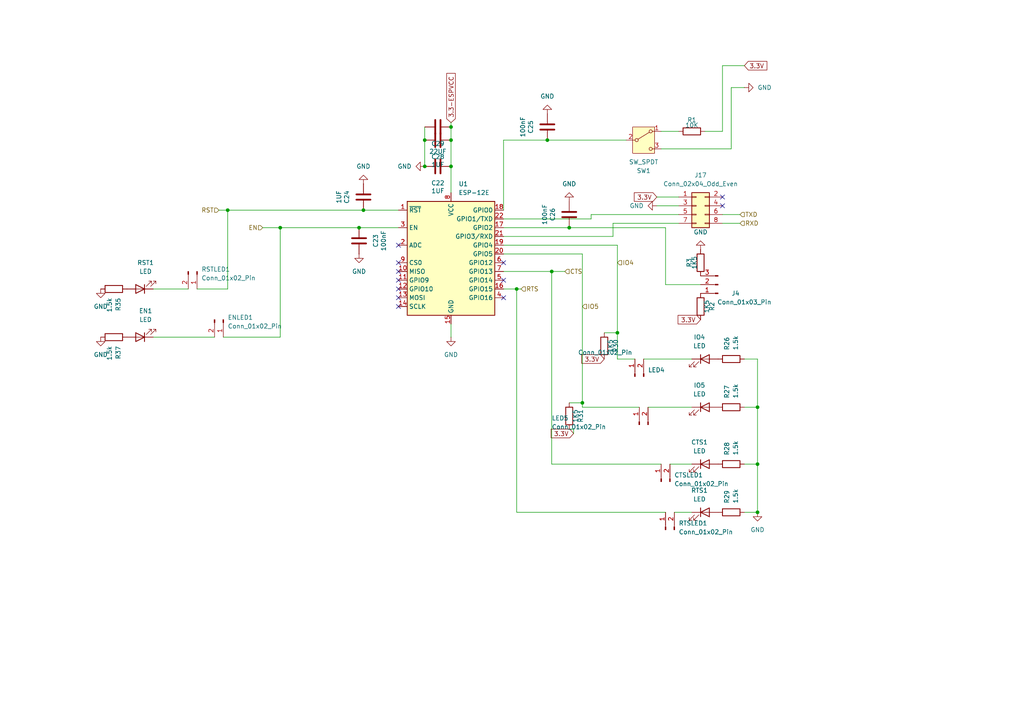
<source format=kicad_sch>
(kicad_sch
	(version 20231120)
	(generator "eeschema")
	(generator_version "8.0")
	(uuid "9153663b-fd41-44d3-8be1-0e46bd1239ca")
	(paper "A4")
	(lib_symbols
		(symbol "Connector:Conn_01x02_Pin"
			(pin_names
				(offset 1.016) hide)
			(exclude_from_sim no)
			(in_bom yes)
			(on_board yes)
			(property "Reference" "J"
				(at 0 2.54 0)
				(effects
					(font
						(size 1.27 1.27)
					)
				)
			)
			(property "Value" "Conn_01x02_Pin"
				(at 0 -5.08 0)
				(effects
					(font
						(size 1.27 1.27)
					)
				)
			)
			(property "Footprint" ""
				(at 0 0 0)
				(effects
					(font
						(size 1.27 1.27)
					)
					(hide yes)
				)
			)
			(property "Datasheet" "~"
				(at 0 0 0)
				(effects
					(font
						(size 1.27 1.27)
					)
					(hide yes)
				)
			)
			(property "Description" "Generic connector, single row, 01x02, script generated"
				(at 0 0 0)
				(effects
					(font
						(size 1.27 1.27)
					)
					(hide yes)
				)
			)
			(property "ki_locked" ""
				(at 0 0 0)
				(effects
					(font
						(size 1.27 1.27)
					)
				)
			)
			(property "ki_keywords" "connector"
				(at 0 0 0)
				(effects
					(font
						(size 1.27 1.27)
					)
					(hide yes)
				)
			)
			(property "ki_fp_filters" "Connector*:*_1x??_*"
				(at 0 0 0)
				(effects
					(font
						(size 1.27 1.27)
					)
					(hide yes)
				)
			)
			(symbol "Conn_01x02_Pin_1_1"
				(polyline
					(pts
						(xy 1.27 -2.54) (xy 0.8636 -2.54)
					)
					(stroke
						(width 0.1524)
						(type default)
					)
					(fill
						(type none)
					)
				)
				(polyline
					(pts
						(xy 1.27 0) (xy 0.8636 0)
					)
					(stroke
						(width 0.1524)
						(type default)
					)
					(fill
						(type none)
					)
				)
				(rectangle
					(start 0.8636 -2.413)
					(end 0 -2.667)
					(stroke
						(width 0.1524)
						(type default)
					)
					(fill
						(type outline)
					)
				)
				(rectangle
					(start 0.8636 0.127)
					(end 0 -0.127)
					(stroke
						(width 0.1524)
						(type default)
					)
					(fill
						(type outline)
					)
				)
				(pin passive line
					(at 5.08 0 180)
					(length 3.81)
					(name "Pin_1"
						(effects
							(font
								(size 1.27 1.27)
							)
						)
					)
					(number "1"
						(effects
							(font
								(size 1.27 1.27)
							)
						)
					)
				)
				(pin passive line
					(at 5.08 -2.54 180)
					(length 3.81)
					(name "Pin_2"
						(effects
							(font
								(size 1.27 1.27)
							)
						)
					)
					(number "2"
						(effects
							(font
								(size 1.27 1.27)
							)
						)
					)
				)
			)
		)
		(symbol "Connector:Conn_01x03_Pin"
			(pin_names
				(offset 1.016) hide)
			(exclude_from_sim no)
			(in_bom yes)
			(on_board yes)
			(property "Reference" "J"
				(at 0 5.08 0)
				(effects
					(font
						(size 1.27 1.27)
					)
				)
			)
			(property "Value" "Conn_01x03_Pin"
				(at 0 -5.08 0)
				(effects
					(font
						(size 1.27 1.27)
					)
				)
			)
			(property "Footprint" ""
				(at 0 0 0)
				(effects
					(font
						(size 1.27 1.27)
					)
					(hide yes)
				)
			)
			(property "Datasheet" "~"
				(at 0 0 0)
				(effects
					(font
						(size 1.27 1.27)
					)
					(hide yes)
				)
			)
			(property "Description" "Generic connector, single row, 01x03, script generated"
				(at 0 0 0)
				(effects
					(font
						(size 1.27 1.27)
					)
					(hide yes)
				)
			)
			(property "ki_locked" ""
				(at 0 0 0)
				(effects
					(font
						(size 1.27 1.27)
					)
				)
			)
			(property "ki_keywords" "connector"
				(at 0 0 0)
				(effects
					(font
						(size 1.27 1.27)
					)
					(hide yes)
				)
			)
			(property "ki_fp_filters" "Connector*:*_1x??_*"
				(at 0 0 0)
				(effects
					(font
						(size 1.27 1.27)
					)
					(hide yes)
				)
			)
			(symbol "Conn_01x03_Pin_1_1"
				(polyline
					(pts
						(xy 1.27 -2.54) (xy 0.8636 -2.54)
					)
					(stroke
						(width 0.1524)
						(type default)
					)
					(fill
						(type none)
					)
				)
				(polyline
					(pts
						(xy 1.27 0) (xy 0.8636 0)
					)
					(stroke
						(width 0.1524)
						(type default)
					)
					(fill
						(type none)
					)
				)
				(polyline
					(pts
						(xy 1.27 2.54) (xy 0.8636 2.54)
					)
					(stroke
						(width 0.1524)
						(type default)
					)
					(fill
						(type none)
					)
				)
				(rectangle
					(start 0.8636 -2.413)
					(end 0 -2.667)
					(stroke
						(width 0.1524)
						(type default)
					)
					(fill
						(type outline)
					)
				)
				(rectangle
					(start 0.8636 0.127)
					(end 0 -0.127)
					(stroke
						(width 0.1524)
						(type default)
					)
					(fill
						(type outline)
					)
				)
				(rectangle
					(start 0.8636 2.667)
					(end 0 2.413)
					(stroke
						(width 0.1524)
						(type default)
					)
					(fill
						(type outline)
					)
				)
				(pin passive line
					(at 5.08 2.54 180)
					(length 3.81)
					(name "Pin_1"
						(effects
							(font
								(size 1.27 1.27)
							)
						)
					)
					(number "1"
						(effects
							(font
								(size 1.27 1.27)
							)
						)
					)
				)
				(pin passive line
					(at 5.08 0 180)
					(length 3.81)
					(name "Pin_2"
						(effects
							(font
								(size 1.27 1.27)
							)
						)
					)
					(number "2"
						(effects
							(font
								(size 1.27 1.27)
							)
						)
					)
				)
				(pin passive line
					(at 5.08 -2.54 180)
					(length 3.81)
					(name "Pin_3"
						(effects
							(font
								(size 1.27 1.27)
							)
						)
					)
					(number "3"
						(effects
							(font
								(size 1.27 1.27)
							)
						)
					)
				)
			)
		)
		(symbol "Connector_Generic:Conn_02x04_Odd_Even"
			(pin_names
				(offset 1.016) hide)
			(exclude_from_sim no)
			(in_bom yes)
			(on_board yes)
			(property "Reference" "J"
				(at 1.27 5.08 0)
				(effects
					(font
						(size 1.27 1.27)
					)
				)
			)
			(property "Value" "Conn_02x04_Odd_Even"
				(at 1.27 -7.62 0)
				(effects
					(font
						(size 1.27 1.27)
					)
				)
			)
			(property "Footprint" ""
				(at 0 0 0)
				(effects
					(font
						(size 1.27 1.27)
					)
					(hide yes)
				)
			)
			(property "Datasheet" "~"
				(at 0 0 0)
				(effects
					(font
						(size 1.27 1.27)
					)
					(hide yes)
				)
			)
			(property "Description" "Generic connector, double row, 02x04, odd/even pin numbering scheme (row 1 odd numbers, row 2 even numbers), script generated (kicad-library-utils/schlib/autogen/connector/)"
				(at 0 0 0)
				(effects
					(font
						(size 1.27 1.27)
					)
					(hide yes)
				)
			)
			(property "ki_keywords" "connector"
				(at 0 0 0)
				(effects
					(font
						(size 1.27 1.27)
					)
					(hide yes)
				)
			)
			(property "ki_fp_filters" "Connector*:*_2x??_*"
				(at 0 0 0)
				(effects
					(font
						(size 1.27 1.27)
					)
					(hide yes)
				)
			)
			(symbol "Conn_02x04_Odd_Even_1_1"
				(rectangle
					(start -1.27 -4.953)
					(end 0 -5.207)
					(stroke
						(width 0.1524)
						(type default)
					)
					(fill
						(type none)
					)
				)
				(rectangle
					(start -1.27 -2.413)
					(end 0 -2.667)
					(stroke
						(width 0.1524)
						(type default)
					)
					(fill
						(type none)
					)
				)
				(rectangle
					(start -1.27 0.127)
					(end 0 -0.127)
					(stroke
						(width 0.1524)
						(type default)
					)
					(fill
						(type none)
					)
				)
				(rectangle
					(start -1.27 2.667)
					(end 0 2.413)
					(stroke
						(width 0.1524)
						(type default)
					)
					(fill
						(type none)
					)
				)
				(rectangle
					(start -1.27 3.81)
					(end 3.81 -6.35)
					(stroke
						(width 0.254)
						(type default)
					)
					(fill
						(type background)
					)
				)
				(rectangle
					(start 3.81 -4.953)
					(end 2.54 -5.207)
					(stroke
						(width 0.1524)
						(type default)
					)
					(fill
						(type none)
					)
				)
				(rectangle
					(start 3.81 -2.413)
					(end 2.54 -2.667)
					(stroke
						(width 0.1524)
						(type default)
					)
					(fill
						(type none)
					)
				)
				(rectangle
					(start 3.81 0.127)
					(end 2.54 -0.127)
					(stroke
						(width 0.1524)
						(type default)
					)
					(fill
						(type none)
					)
				)
				(rectangle
					(start 3.81 2.667)
					(end 2.54 2.413)
					(stroke
						(width 0.1524)
						(type default)
					)
					(fill
						(type none)
					)
				)
				(pin passive line
					(at -5.08 2.54 0)
					(length 3.81)
					(name "Pin_1"
						(effects
							(font
								(size 1.27 1.27)
							)
						)
					)
					(number "1"
						(effects
							(font
								(size 1.27 1.27)
							)
						)
					)
				)
				(pin passive line
					(at 7.62 2.54 180)
					(length 3.81)
					(name "Pin_2"
						(effects
							(font
								(size 1.27 1.27)
							)
						)
					)
					(number "2"
						(effects
							(font
								(size 1.27 1.27)
							)
						)
					)
				)
				(pin passive line
					(at -5.08 0 0)
					(length 3.81)
					(name "Pin_3"
						(effects
							(font
								(size 1.27 1.27)
							)
						)
					)
					(number "3"
						(effects
							(font
								(size 1.27 1.27)
							)
						)
					)
				)
				(pin passive line
					(at 7.62 0 180)
					(length 3.81)
					(name "Pin_4"
						(effects
							(font
								(size 1.27 1.27)
							)
						)
					)
					(number "4"
						(effects
							(font
								(size 1.27 1.27)
							)
						)
					)
				)
				(pin passive line
					(at -5.08 -2.54 0)
					(length 3.81)
					(name "Pin_5"
						(effects
							(font
								(size 1.27 1.27)
							)
						)
					)
					(number "5"
						(effects
							(font
								(size 1.27 1.27)
							)
						)
					)
				)
				(pin passive line
					(at 7.62 -2.54 180)
					(length 3.81)
					(name "Pin_6"
						(effects
							(font
								(size 1.27 1.27)
							)
						)
					)
					(number "6"
						(effects
							(font
								(size 1.27 1.27)
							)
						)
					)
				)
				(pin passive line
					(at -5.08 -5.08 0)
					(length 3.81)
					(name "Pin_7"
						(effects
							(font
								(size 1.27 1.27)
							)
						)
					)
					(number "7"
						(effects
							(font
								(size 1.27 1.27)
							)
						)
					)
				)
				(pin passive line
					(at 7.62 -5.08 180)
					(length 3.81)
					(name "Pin_8"
						(effects
							(font
								(size 1.27 1.27)
							)
						)
					)
					(number "8"
						(effects
							(font
								(size 1.27 1.27)
							)
						)
					)
				)
			)
		)
		(symbol "Device:C"
			(pin_numbers hide)
			(pin_names
				(offset 0.254)
			)
			(exclude_from_sim no)
			(in_bom yes)
			(on_board yes)
			(property "Reference" "C"
				(at 0.635 2.54 0)
				(effects
					(font
						(size 1.27 1.27)
					)
					(justify left)
				)
			)
			(property "Value" "C"
				(at 0.635 -2.54 0)
				(effects
					(font
						(size 1.27 1.27)
					)
					(justify left)
				)
			)
			(property "Footprint" ""
				(at 0.9652 -3.81 0)
				(effects
					(font
						(size 1.27 1.27)
					)
					(hide yes)
				)
			)
			(property "Datasheet" "~"
				(at 0 0 0)
				(effects
					(font
						(size 1.27 1.27)
					)
					(hide yes)
				)
			)
			(property "Description" "Unpolarized capacitor"
				(at 0 0 0)
				(effects
					(font
						(size 1.27 1.27)
					)
					(hide yes)
				)
			)
			(property "ki_keywords" "cap capacitor"
				(at 0 0 0)
				(effects
					(font
						(size 1.27 1.27)
					)
					(hide yes)
				)
			)
			(property "ki_fp_filters" "C_*"
				(at 0 0 0)
				(effects
					(font
						(size 1.27 1.27)
					)
					(hide yes)
				)
			)
			(symbol "C_0_1"
				(polyline
					(pts
						(xy -2.032 -0.762) (xy 2.032 -0.762)
					)
					(stroke
						(width 0.508)
						(type default)
					)
					(fill
						(type none)
					)
				)
				(polyline
					(pts
						(xy -2.032 0.762) (xy 2.032 0.762)
					)
					(stroke
						(width 0.508)
						(type default)
					)
					(fill
						(type none)
					)
				)
			)
			(symbol "C_1_1"
				(pin passive line
					(at 0 3.81 270)
					(length 2.794)
					(name "~"
						(effects
							(font
								(size 1.27 1.27)
							)
						)
					)
					(number "1"
						(effects
							(font
								(size 1.27 1.27)
							)
						)
					)
				)
				(pin passive line
					(at 0 -3.81 90)
					(length 2.794)
					(name "~"
						(effects
							(font
								(size 1.27 1.27)
							)
						)
					)
					(number "2"
						(effects
							(font
								(size 1.27 1.27)
							)
						)
					)
				)
			)
		)
		(symbol "Device:LED"
			(pin_numbers hide)
			(pin_names
				(offset 1.016) hide)
			(exclude_from_sim no)
			(in_bom yes)
			(on_board yes)
			(property "Reference" "D"
				(at 0 2.54 0)
				(effects
					(font
						(size 1.27 1.27)
					)
				)
			)
			(property "Value" "LED"
				(at 0 -2.54 0)
				(effects
					(font
						(size 1.27 1.27)
					)
				)
			)
			(property "Footprint" ""
				(at 0 0 0)
				(effects
					(font
						(size 1.27 1.27)
					)
					(hide yes)
				)
			)
			(property "Datasheet" "~"
				(at 0 0 0)
				(effects
					(font
						(size 1.27 1.27)
					)
					(hide yes)
				)
			)
			(property "Description" "Light emitting diode"
				(at 0 0 0)
				(effects
					(font
						(size 1.27 1.27)
					)
					(hide yes)
				)
			)
			(property "ki_keywords" "LED diode"
				(at 0 0 0)
				(effects
					(font
						(size 1.27 1.27)
					)
					(hide yes)
				)
			)
			(property "ki_fp_filters" "LED* LED_SMD:* LED_THT:*"
				(at 0 0 0)
				(effects
					(font
						(size 1.27 1.27)
					)
					(hide yes)
				)
			)
			(symbol "LED_0_1"
				(polyline
					(pts
						(xy -1.27 -1.27) (xy -1.27 1.27)
					)
					(stroke
						(width 0.254)
						(type default)
					)
					(fill
						(type none)
					)
				)
				(polyline
					(pts
						(xy -1.27 0) (xy 1.27 0)
					)
					(stroke
						(width 0)
						(type default)
					)
					(fill
						(type none)
					)
				)
				(polyline
					(pts
						(xy 1.27 -1.27) (xy 1.27 1.27) (xy -1.27 0) (xy 1.27 -1.27)
					)
					(stroke
						(width 0.254)
						(type default)
					)
					(fill
						(type none)
					)
				)
				(polyline
					(pts
						(xy -3.048 -0.762) (xy -4.572 -2.286) (xy -3.81 -2.286) (xy -4.572 -2.286) (xy -4.572 -1.524)
					)
					(stroke
						(width 0)
						(type default)
					)
					(fill
						(type none)
					)
				)
				(polyline
					(pts
						(xy -1.778 -0.762) (xy -3.302 -2.286) (xy -2.54 -2.286) (xy -3.302 -2.286) (xy -3.302 -1.524)
					)
					(stroke
						(width 0)
						(type default)
					)
					(fill
						(type none)
					)
				)
			)
			(symbol "LED_1_1"
				(pin passive line
					(at -3.81 0 0)
					(length 2.54)
					(name "K"
						(effects
							(font
								(size 1.27 1.27)
							)
						)
					)
					(number "1"
						(effects
							(font
								(size 1.27 1.27)
							)
						)
					)
				)
				(pin passive line
					(at 3.81 0 180)
					(length 2.54)
					(name "A"
						(effects
							(font
								(size 1.27 1.27)
							)
						)
					)
					(number "2"
						(effects
							(font
								(size 1.27 1.27)
							)
						)
					)
				)
			)
		)
		(symbol "Device:R"
			(pin_numbers hide)
			(pin_names
				(offset 0)
			)
			(exclude_from_sim no)
			(in_bom yes)
			(on_board yes)
			(property "Reference" "R"
				(at 2.032 0 90)
				(effects
					(font
						(size 1.27 1.27)
					)
				)
			)
			(property "Value" "R"
				(at 0 0 90)
				(effects
					(font
						(size 1.27 1.27)
					)
				)
			)
			(property "Footprint" ""
				(at -1.778 0 90)
				(effects
					(font
						(size 1.27 1.27)
					)
					(hide yes)
				)
			)
			(property "Datasheet" "~"
				(at 0 0 0)
				(effects
					(font
						(size 1.27 1.27)
					)
					(hide yes)
				)
			)
			(property "Description" "Resistor"
				(at 0 0 0)
				(effects
					(font
						(size 1.27 1.27)
					)
					(hide yes)
				)
			)
			(property "ki_keywords" "R res resistor"
				(at 0 0 0)
				(effects
					(font
						(size 1.27 1.27)
					)
					(hide yes)
				)
			)
			(property "ki_fp_filters" "R_*"
				(at 0 0 0)
				(effects
					(font
						(size 1.27 1.27)
					)
					(hide yes)
				)
			)
			(symbol "R_0_1"
				(rectangle
					(start -1.016 -2.54)
					(end 1.016 2.54)
					(stroke
						(width 0.254)
						(type default)
					)
					(fill
						(type none)
					)
				)
			)
			(symbol "R_1_1"
				(pin passive line
					(at 0 3.81 270)
					(length 1.27)
					(name "~"
						(effects
							(font
								(size 1.27 1.27)
							)
						)
					)
					(number "1"
						(effects
							(font
								(size 1.27 1.27)
							)
						)
					)
				)
				(pin passive line
					(at 0 -3.81 90)
					(length 1.27)
					(name "~"
						(effects
							(font
								(size 1.27 1.27)
							)
						)
					)
					(number "2"
						(effects
							(font
								(size 1.27 1.27)
							)
						)
					)
				)
			)
		)
		(symbol "RF_Module:ESP-12E"
			(exclude_from_sim no)
			(in_bom yes)
			(on_board yes)
			(property "Reference" "U"
				(at -12.7 19.05 0)
				(effects
					(font
						(size 1.27 1.27)
					)
					(justify left)
				)
			)
			(property "Value" "ESP-12E"
				(at 12.7 19.05 0)
				(effects
					(font
						(size 1.27 1.27)
					)
					(justify right)
				)
			)
			(property "Footprint" "RF_Module:ESP-12E"
				(at 0 0 0)
				(effects
					(font
						(size 1.27 1.27)
					)
					(hide yes)
				)
			)
			(property "Datasheet" "http://wiki.ai-thinker.com/_media/esp8266/esp8266_series_modules_user_manual_v1.1.pdf"
				(at -8.89 2.54 0)
				(effects
					(font
						(size 1.27 1.27)
					)
					(hide yes)
				)
			)
			(property "Description" "802.11 b/g/n Wi-Fi Module"
				(at 0 0 0)
				(effects
					(font
						(size 1.27 1.27)
					)
					(hide yes)
				)
			)
			(property "ki_keywords" "802.11 Wi-Fi"
				(at 0 0 0)
				(effects
					(font
						(size 1.27 1.27)
					)
					(hide yes)
				)
			)
			(property "ki_fp_filters" "ESP?12*"
				(at 0 0 0)
				(effects
					(font
						(size 1.27 1.27)
					)
					(hide yes)
				)
			)
			(symbol "ESP-12E_0_1"
				(rectangle
					(start -12.7 17.78)
					(end 12.7 -15.24)
					(stroke
						(width 0.254)
						(type default)
					)
					(fill
						(type background)
					)
				)
			)
			(symbol "ESP-12E_1_1"
				(pin input line
					(at -15.24 15.24 0)
					(length 2.54)
					(name "~{RST}"
						(effects
							(font
								(size 1.27 1.27)
							)
						)
					)
					(number "1"
						(effects
							(font
								(size 1.27 1.27)
							)
						)
					)
				)
				(pin bidirectional line
					(at -15.24 -2.54 0)
					(length 2.54)
					(name "MISO"
						(effects
							(font
								(size 1.27 1.27)
							)
						)
					)
					(number "10"
						(effects
							(font
								(size 1.27 1.27)
							)
						)
					)
				)
				(pin bidirectional line
					(at -15.24 -5.08 0)
					(length 2.54)
					(name "GPIO9"
						(effects
							(font
								(size 1.27 1.27)
							)
						)
					)
					(number "11"
						(effects
							(font
								(size 1.27 1.27)
							)
						)
					)
				)
				(pin bidirectional line
					(at -15.24 -7.62 0)
					(length 2.54)
					(name "GPIO10"
						(effects
							(font
								(size 1.27 1.27)
							)
						)
					)
					(number "12"
						(effects
							(font
								(size 1.27 1.27)
							)
						)
					)
				)
				(pin bidirectional line
					(at -15.24 -10.16 0)
					(length 2.54)
					(name "MOSI"
						(effects
							(font
								(size 1.27 1.27)
							)
						)
					)
					(number "13"
						(effects
							(font
								(size 1.27 1.27)
							)
						)
					)
				)
				(pin bidirectional line
					(at -15.24 -12.7 0)
					(length 2.54)
					(name "SCLK"
						(effects
							(font
								(size 1.27 1.27)
							)
						)
					)
					(number "14"
						(effects
							(font
								(size 1.27 1.27)
							)
						)
					)
				)
				(pin power_in line
					(at 0 -17.78 90)
					(length 2.54)
					(name "GND"
						(effects
							(font
								(size 1.27 1.27)
							)
						)
					)
					(number "15"
						(effects
							(font
								(size 1.27 1.27)
							)
						)
					)
				)
				(pin bidirectional line
					(at 15.24 -7.62 180)
					(length 2.54)
					(name "GPIO15"
						(effects
							(font
								(size 1.27 1.27)
							)
						)
					)
					(number "16"
						(effects
							(font
								(size 1.27 1.27)
							)
						)
					)
				)
				(pin bidirectional line
					(at 15.24 10.16 180)
					(length 2.54)
					(name "GPIO2"
						(effects
							(font
								(size 1.27 1.27)
							)
						)
					)
					(number "17"
						(effects
							(font
								(size 1.27 1.27)
							)
						)
					)
				)
				(pin bidirectional line
					(at 15.24 15.24 180)
					(length 2.54)
					(name "GPIO0"
						(effects
							(font
								(size 1.27 1.27)
							)
						)
					)
					(number "18"
						(effects
							(font
								(size 1.27 1.27)
							)
						)
					)
				)
				(pin bidirectional line
					(at 15.24 5.08 180)
					(length 2.54)
					(name "GPIO4"
						(effects
							(font
								(size 1.27 1.27)
							)
						)
					)
					(number "19"
						(effects
							(font
								(size 1.27 1.27)
							)
						)
					)
				)
				(pin input line
					(at -15.24 5.08 0)
					(length 2.54)
					(name "ADC"
						(effects
							(font
								(size 1.27 1.27)
							)
						)
					)
					(number "2"
						(effects
							(font
								(size 1.27 1.27)
							)
						)
					)
				)
				(pin bidirectional line
					(at 15.24 2.54 180)
					(length 2.54)
					(name "GPIO5"
						(effects
							(font
								(size 1.27 1.27)
							)
						)
					)
					(number "20"
						(effects
							(font
								(size 1.27 1.27)
							)
						)
					)
				)
				(pin bidirectional line
					(at 15.24 7.62 180)
					(length 2.54)
					(name "GPIO3/RXD"
						(effects
							(font
								(size 1.27 1.27)
							)
						)
					)
					(number "21"
						(effects
							(font
								(size 1.27 1.27)
							)
						)
					)
				)
				(pin bidirectional line
					(at 15.24 12.7 180)
					(length 2.54)
					(name "GPIO1/TXD"
						(effects
							(font
								(size 1.27 1.27)
							)
						)
					)
					(number "22"
						(effects
							(font
								(size 1.27 1.27)
							)
						)
					)
				)
				(pin input line
					(at -15.24 10.16 0)
					(length 2.54)
					(name "EN"
						(effects
							(font
								(size 1.27 1.27)
							)
						)
					)
					(number "3"
						(effects
							(font
								(size 1.27 1.27)
							)
						)
					)
				)
				(pin bidirectional line
					(at 15.24 -10.16 180)
					(length 2.54)
					(name "GPIO16"
						(effects
							(font
								(size 1.27 1.27)
							)
						)
					)
					(number "4"
						(effects
							(font
								(size 1.27 1.27)
							)
						)
					)
				)
				(pin bidirectional line
					(at 15.24 -5.08 180)
					(length 2.54)
					(name "GPIO14"
						(effects
							(font
								(size 1.27 1.27)
							)
						)
					)
					(number "5"
						(effects
							(font
								(size 1.27 1.27)
							)
						)
					)
				)
				(pin bidirectional line
					(at 15.24 0 180)
					(length 2.54)
					(name "GPIO12"
						(effects
							(font
								(size 1.27 1.27)
							)
						)
					)
					(number "6"
						(effects
							(font
								(size 1.27 1.27)
							)
						)
					)
				)
				(pin bidirectional line
					(at 15.24 -2.54 180)
					(length 2.54)
					(name "GPIO13"
						(effects
							(font
								(size 1.27 1.27)
							)
						)
					)
					(number "7"
						(effects
							(font
								(size 1.27 1.27)
							)
						)
					)
				)
				(pin power_in line
					(at 0 20.32 270)
					(length 2.54)
					(name "VCC"
						(effects
							(font
								(size 1.27 1.27)
							)
						)
					)
					(number "8"
						(effects
							(font
								(size 1.27 1.27)
							)
						)
					)
				)
				(pin input line
					(at -15.24 0 0)
					(length 2.54)
					(name "CS0"
						(effects
							(font
								(size 1.27 1.27)
							)
						)
					)
					(number "9"
						(effects
							(font
								(size 1.27 1.27)
							)
						)
					)
				)
			)
		)
		(symbol "Switch:SW_SPDT"
			(pin_names
				(offset 0) hide)
			(exclude_from_sim no)
			(in_bom yes)
			(on_board yes)
			(property "Reference" "SW"
				(at 0 5.08 0)
				(effects
					(font
						(size 1.27 1.27)
					)
				)
			)
			(property "Value" "SW_SPDT"
				(at 0 -5.08 0)
				(effects
					(font
						(size 1.27 1.27)
					)
				)
			)
			(property "Footprint" ""
				(at 0 0 0)
				(effects
					(font
						(size 1.27 1.27)
					)
					(hide yes)
				)
			)
			(property "Datasheet" "~"
				(at 0 -7.62 0)
				(effects
					(font
						(size 1.27 1.27)
					)
					(hide yes)
				)
			)
			(property "Description" "Switch, single pole double throw"
				(at 0 0 0)
				(effects
					(font
						(size 1.27 1.27)
					)
					(hide yes)
				)
			)
			(property "ki_keywords" "switch single-pole double-throw spdt ON-ON"
				(at 0 0 0)
				(effects
					(font
						(size 1.27 1.27)
					)
					(hide yes)
				)
			)
			(symbol "SW_SPDT_0_1"
				(circle
					(center -2.032 0)
					(radius 0.4572)
					(stroke
						(width 0)
						(type default)
					)
					(fill
						(type none)
					)
				)
				(polyline
					(pts
						(xy -1.651 0.254) (xy 1.651 2.286)
					)
					(stroke
						(width 0)
						(type default)
					)
					(fill
						(type none)
					)
				)
				(circle
					(center 2.032 -2.54)
					(radius 0.4572)
					(stroke
						(width 0)
						(type default)
					)
					(fill
						(type none)
					)
				)
				(circle
					(center 2.032 2.54)
					(radius 0.4572)
					(stroke
						(width 0)
						(type default)
					)
					(fill
						(type none)
					)
				)
			)
			(symbol "SW_SPDT_1_1"
				(rectangle
					(start -3.175 3.81)
					(end 3.175 -3.81)
					(stroke
						(width 0)
						(type default)
					)
					(fill
						(type background)
					)
				)
				(pin passive line
					(at 5.08 2.54 180)
					(length 2.54)
					(name "A"
						(effects
							(font
								(size 1.27 1.27)
							)
						)
					)
					(number "1"
						(effects
							(font
								(size 1.27 1.27)
							)
						)
					)
				)
				(pin passive line
					(at -5.08 0 0)
					(length 2.54)
					(name "B"
						(effects
							(font
								(size 1.27 1.27)
							)
						)
					)
					(number "2"
						(effects
							(font
								(size 1.27 1.27)
							)
						)
					)
				)
				(pin passive line
					(at 5.08 -2.54 180)
					(length 2.54)
					(name "C"
						(effects
							(font
								(size 1.27 1.27)
							)
						)
					)
					(number "3"
						(effects
							(font
								(size 1.27 1.27)
							)
						)
					)
				)
			)
		)
		(symbol "power:GND"
			(power)
			(pin_numbers hide)
			(pin_names
				(offset 0) hide)
			(exclude_from_sim no)
			(in_bom yes)
			(on_board yes)
			(property "Reference" "#PWR"
				(at 0 -6.35 0)
				(effects
					(font
						(size 1.27 1.27)
					)
					(hide yes)
				)
			)
			(property "Value" "GND"
				(at 0 -3.81 0)
				(effects
					(font
						(size 1.27 1.27)
					)
				)
			)
			(property "Footprint" ""
				(at 0 0 0)
				(effects
					(font
						(size 1.27 1.27)
					)
					(hide yes)
				)
			)
			(property "Datasheet" ""
				(at 0 0 0)
				(effects
					(font
						(size 1.27 1.27)
					)
					(hide yes)
				)
			)
			(property "Description" "Power symbol creates a global label with name \"GND\" , ground"
				(at 0 0 0)
				(effects
					(font
						(size 1.27 1.27)
					)
					(hide yes)
				)
			)
			(property "ki_keywords" "global power"
				(at 0 0 0)
				(effects
					(font
						(size 1.27 1.27)
					)
					(hide yes)
				)
			)
			(symbol "GND_0_1"
				(polyline
					(pts
						(xy 0 0) (xy 0 -1.27) (xy 1.27 -1.27) (xy 0 -2.54) (xy -1.27 -1.27) (xy 0 -1.27)
					)
					(stroke
						(width 0)
						(type default)
					)
					(fill
						(type none)
					)
				)
			)
			(symbol "GND_1_1"
				(pin power_in line
					(at 0 0 270)
					(length 0)
					(name "~"
						(effects
							(font
								(size 1.27 1.27)
							)
						)
					)
					(number "1"
						(effects
							(font
								(size 1.27 1.27)
							)
						)
					)
				)
			)
		)
	)
	(junction
		(at 219.71 148.59)
		(diameter 0)
		(color 0 0 0 0)
		(uuid "2ba82954-ff68-46a8-bf9d-fe2e34ddd7d8")
	)
	(junction
		(at 219.71 118.11)
		(diameter 0)
		(color 0 0 0 0)
		(uuid "2c77931e-f246-45af-89ee-2f2618ec5e7d")
	)
	(junction
		(at 123.19 48.26)
		(diameter 0)
		(color 0 0 0 0)
		(uuid "3755ec5a-fc26-4298-8c85-2f1bff2cc113")
	)
	(junction
		(at 66.04 60.96)
		(diameter 0)
		(color 0 0 0 0)
		(uuid "3ae6b049-ccbb-423c-a6fe-7563731abfc9")
	)
	(junction
		(at 158.75 40.64)
		(diameter 0)
		(color 0 0 0 0)
		(uuid "49971715-4de3-4cf1-96e1-ca1bc0926691")
	)
	(junction
		(at 130.81 40.64)
		(diameter 0)
		(color 0 0 0 0)
		(uuid "509c467a-71f9-4677-970c-3c37724f97c1")
	)
	(junction
		(at 160.02 78.74)
		(diameter 0)
		(color 0 0 0 0)
		(uuid "53a5b3d2-d108-4862-ad98-6bdd4b7f38e3")
	)
	(junction
		(at 104.14 66.04)
		(diameter 0)
		(color 0 0 0 0)
		(uuid "58dfdfe2-a45e-435b-99f6-5d3f6f537f75")
	)
	(junction
		(at 219.71 134.62)
		(diameter 0)
		(color 0 0 0 0)
		(uuid "a81ef3eb-e1dd-49c3-a688-18a69cbc1ed5")
	)
	(junction
		(at 149.86 83.82)
		(diameter 0)
		(color 0 0 0 0)
		(uuid "b0f9cce7-2a9f-4a5d-8df7-e761104b0fbb")
	)
	(junction
		(at 130.81 36.83)
		(diameter 0)
		(color 0 0 0 0)
		(uuid "b127918f-abdb-4640-a297-aad6745ffb22")
	)
	(junction
		(at 123.19 40.64)
		(diameter 0)
		(color 0 0 0 0)
		(uuid "b19a1899-9ca7-45d3-96cb-9d39e01911bd")
	)
	(junction
		(at 105.41 60.96)
		(diameter 0)
		(color 0 0 0 0)
		(uuid "c2256bbb-56d9-4f47-b33b-72883038c9ea")
	)
	(junction
		(at 130.81 48.26)
		(diameter 0)
		(color 0 0 0 0)
		(uuid "c6ec076c-3987-41be-bac5-a8c1bac598c7")
	)
	(junction
		(at 81.28 66.04)
		(diameter 0)
		(color 0 0 0 0)
		(uuid "d0bb1403-9410-48f0-993b-e8ecb06796e5")
	)
	(junction
		(at 168.91 116.84)
		(diameter 0)
		(color 0 0 0 0)
		(uuid "f0d7885b-59cf-4c9d-94de-20e9f3ff7df5")
	)
	(junction
		(at 179.07 96.52)
		(diameter 0)
		(color 0 0 0 0)
		(uuid "f3b45a91-c963-4ea2-b0e9-aa657cb9d84f")
	)
	(junction
		(at 165.1 66.04)
		(diameter 0)
		(color 0 0 0 0)
		(uuid "ff4bae63-3e71-40fb-b8be-3766cbfd29ee")
	)
	(no_connect
		(at 146.05 76.2)
		(uuid "0b2f2f4f-424c-4e01-b475-69a6bc8d1782")
	)
	(no_connect
		(at 115.57 76.2)
		(uuid "24424bf4-2bee-4287-809e-8c8ede572b48")
	)
	(no_connect
		(at 209.55 59.69)
		(uuid "26f93dea-9428-4749-90c8-25c9d6856707")
	)
	(no_connect
		(at 115.57 86.36)
		(uuid "5732e42b-2661-41db-b653-20116b8fbc20")
	)
	(no_connect
		(at 115.57 83.82)
		(uuid "67f82a17-724a-45fb-8770-a84476381c6d")
	)
	(no_connect
		(at 115.57 71.12)
		(uuid "6cfb4fa1-9dc4-462e-9d31-409bd64c1f2e")
	)
	(no_connect
		(at 146.05 81.28)
		(uuid "792ea948-607e-489e-afe2-ce5a4c2fc2fe")
	)
	(no_connect
		(at 209.55 57.15)
		(uuid "7e99c629-df13-4ec1-bbd8-506833ffccd4")
	)
	(no_connect
		(at 115.57 78.74)
		(uuid "8a73e006-ec58-4d14-95da-6406aacb1dbe")
	)
	(no_connect
		(at 146.05 86.36)
		(uuid "b2a20da7-b5b0-427e-8ac9-1d832235ca79")
	)
	(no_connect
		(at 115.57 88.9)
		(uuid "c936aad3-89f0-4737-8f53-86c15d5833f9")
	)
	(no_connect
		(at 115.57 81.28)
		(uuid "ea24bb68-4565-4408-888e-42cb90b39b9c")
	)
	(wire
		(pts
			(xy 215.9 118.11) (xy 219.71 118.11)
		)
		(stroke
			(width 0)
			(type default)
		)
		(uuid "11294b9d-2c56-484f-a4c8-f120e25c3cfd")
	)
	(wire
		(pts
			(xy 219.71 134.62) (xy 219.71 148.59)
		)
		(stroke
			(width 0)
			(type default)
		)
		(uuid "119990ea-f366-4527-a07d-076635bb183d")
	)
	(wire
		(pts
			(xy 165.1 124.46) (xy 166.37 124.46)
		)
		(stroke
			(width 0)
			(type default)
		)
		(uuid "120661be-bcb3-4d76-a725-107b8e3ad523")
	)
	(wire
		(pts
			(xy 76.2 66.04) (xy 81.28 66.04)
		)
		(stroke
			(width 0)
			(type default)
		)
		(uuid "1eed6298-f17a-41c8-806e-81ba3fde6d4e")
	)
	(wire
		(pts
			(xy 146.05 83.82) (xy 149.86 83.82)
		)
		(stroke
			(width 0)
			(type default)
		)
		(uuid "1efd4548-7d23-4f11-add6-faa28593e969")
	)
	(wire
		(pts
			(xy 168.91 73.66) (xy 168.91 116.84)
		)
		(stroke
			(width 0)
			(type default)
		)
		(uuid "1f1914d6-5446-463f-8942-6b108def2c5a")
	)
	(wire
		(pts
			(xy 165.1 116.84) (xy 168.91 116.84)
		)
		(stroke
			(width 0)
			(type default)
		)
		(uuid "2090b6ea-5db4-46fc-bbcd-8bf9c365ea52")
	)
	(wire
		(pts
			(xy 179.07 96.52) (xy 179.07 104.14)
		)
		(stroke
			(width 0)
			(type default)
		)
		(uuid "2915b2b5-0dc4-4e6b-ab4a-4c3789e435a1")
	)
	(wire
		(pts
			(xy 146.05 63.5) (xy 171.45 63.5)
		)
		(stroke
			(width 0)
			(type default)
		)
		(uuid "2eff6128-9ec3-4391-8dc3-8ccd24490e6b")
	)
	(wire
		(pts
			(xy 177.8 64.77) (xy 196.85 64.77)
		)
		(stroke
			(width 0)
			(type default)
		)
		(uuid "364219ae-2e39-4f7a-a9f9-d95800284969")
	)
	(wire
		(pts
			(xy 130.81 40.64) (xy 130.81 48.26)
		)
		(stroke
			(width 0)
			(type default)
		)
		(uuid "3a1ff6f3-f263-439d-83ef-bb66f79d4a01")
	)
	(wire
		(pts
			(xy 177.8 68.58) (xy 177.8 64.77)
		)
		(stroke
			(width 0)
			(type default)
		)
		(uuid "42cdf604-2e2a-4131-a7a6-12b4a6817422")
	)
	(wire
		(pts
			(xy 168.91 116.84) (xy 168.91 118.11)
		)
		(stroke
			(width 0)
			(type default)
		)
		(uuid "453cbd25-c2bb-4e6c-8fdd-fea430fc4940")
	)
	(wire
		(pts
			(xy 195.58 148.59) (xy 200.66 148.59)
		)
		(stroke
			(width 0)
			(type default)
		)
		(uuid "49658d9c-b63f-4d4b-8c7b-86f7ef6ac6b3")
	)
	(wire
		(pts
			(xy 171.45 63.5) (xy 171.45 62.23)
		)
		(stroke
			(width 0)
			(type default)
		)
		(uuid "4b6b5820-aacc-4174-8af8-c0ecf5b596b3")
	)
	(wire
		(pts
			(xy 105.41 60.96) (xy 115.57 60.96)
		)
		(stroke
			(width 0)
			(type default)
		)
		(uuid "51a250f7-ce09-4acf-8adb-7af0f1be03fe")
	)
	(wire
		(pts
			(xy 63.5 60.96) (xy 66.04 60.96)
		)
		(stroke
			(width 0)
			(type default)
		)
		(uuid "51ddbeb5-c1ce-422e-b1d5-d5cad3776c5a")
	)
	(wire
		(pts
			(xy 146.05 40.64) (xy 158.75 40.64)
		)
		(stroke
			(width 0)
			(type default)
		)
		(uuid "56d8478f-fedf-48c0-ba4f-48c2f9554a7d")
	)
	(wire
		(pts
			(xy 212.09 25.4) (xy 215.9 25.4)
		)
		(stroke
			(width 0)
			(type default)
		)
		(uuid "57dc3fef-86f9-4182-945e-f9ac20c03c9f")
	)
	(wire
		(pts
			(xy 81.28 66.04) (xy 104.14 66.04)
		)
		(stroke
			(width 0)
			(type default)
		)
		(uuid "5c75edb9-c386-450b-aed6-3c62ca3787be")
	)
	(wire
		(pts
			(xy 193.04 66.04) (xy 193.04 82.55)
		)
		(stroke
			(width 0)
			(type default)
		)
		(uuid "60d1629c-102b-4c04-8021-6cebedb8d430")
	)
	(wire
		(pts
			(xy 212.09 43.18) (xy 212.09 25.4)
		)
		(stroke
			(width 0)
			(type default)
		)
		(uuid "65a44ae5-a9b3-4ee5-83ee-3be1a1a63b2b")
	)
	(wire
		(pts
			(xy 175.26 96.52) (xy 179.07 96.52)
		)
		(stroke
			(width 0)
			(type default)
		)
		(uuid "6898430b-7333-46da-93c7-dfa7e7b08ac7")
	)
	(wire
		(pts
			(xy 191.77 43.18) (xy 212.09 43.18)
		)
		(stroke
			(width 0)
			(type default)
		)
		(uuid "692571f0-20e9-4e9a-b2da-45ff8e0d7222")
	)
	(wire
		(pts
			(xy 160.02 134.62) (xy 160.02 78.74)
		)
		(stroke
			(width 0)
			(type default)
		)
		(uuid "6a39457f-de18-44ec-9714-8f22b789d9cb")
	)
	(wire
		(pts
			(xy 203.2 82.55) (xy 193.04 82.55)
		)
		(stroke
			(width 0)
			(type default)
		)
		(uuid "6d4c7b8c-ff73-4fb4-a1d5-b130cc8cfc05")
	)
	(wire
		(pts
			(xy 158.75 40.64) (xy 181.61 40.64)
		)
		(stroke
			(width 0)
			(type default)
		)
		(uuid "727ac997-cd9e-42f4-ac3b-6bc0fb36a5a0")
	)
	(wire
		(pts
			(xy 187.96 118.11) (xy 200.66 118.11)
		)
		(stroke
			(width 0)
			(type default)
		)
		(uuid "73edfb8b-affd-4232-9036-a92a4384662e")
	)
	(wire
		(pts
			(xy 146.05 66.04) (xy 165.1 66.04)
		)
		(stroke
			(width 0)
			(type default)
		)
		(uuid "740e03d9-43cd-41e1-8d75-d5c4ec6fe6c4")
	)
	(wire
		(pts
			(xy 66.04 83.82) (xy 66.04 60.96)
		)
		(stroke
			(width 0)
			(type default)
		)
		(uuid "774599ff-6d67-464c-b842-6cc30da6232a")
	)
	(wire
		(pts
			(xy 179.07 104.14) (xy 184.15 104.14)
		)
		(stroke
			(width 0)
			(type default)
		)
		(uuid "777fea18-3f97-4eb3-8a41-24f3e6a1d949")
	)
	(wire
		(pts
			(xy 179.07 71.12) (xy 179.07 96.52)
		)
		(stroke
			(width 0)
			(type default)
		)
		(uuid "80c916c0-098d-4233-bce9-b74da9c831b2")
	)
	(wire
		(pts
			(xy 130.81 35.56) (xy 130.81 36.83)
		)
		(stroke
			(width 0)
			(type default)
		)
		(uuid "82835d35-fbf8-4f18-a086-2b11404635d4")
	)
	(wire
		(pts
			(xy 190.5 57.15) (xy 196.85 57.15)
		)
		(stroke
			(width 0)
			(type default)
		)
		(uuid "8580e061-16a5-4898-ab5a-031a2950fafa")
	)
	(wire
		(pts
			(xy 215.9 134.62) (xy 219.71 134.62)
		)
		(stroke
			(width 0)
			(type default)
		)
		(uuid "94a1b30d-e41b-4061-95cf-044ffd8f0f22")
	)
	(wire
		(pts
			(xy 130.81 48.26) (xy 130.81 55.88)
		)
		(stroke
			(width 0)
			(type default)
		)
		(uuid "9955b614-078d-4d13-b4ea-73ac708e64fc")
	)
	(wire
		(pts
			(xy 219.71 104.14) (xy 219.71 118.11)
		)
		(stroke
			(width 0)
			(type default)
		)
		(uuid "9ea7f3e5-d4f1-42bd-a3bb-34a631d97a6c")
	)
	(wire
		(pts
			(xy 209.55 38.1) (xy 209.55 19.05)
		)
		(stroke
			(width 0)
			(type default)
		)
		(uuid "a1a73cf0-4f26-489e-aa9f-2e0d70d2c84b")
	)
	(wire
		(pts
			(xy 57.15 83.82) (xy 66.04 83.82)
		)
		(stroke
			(width 0)
			(type default)
		)
		(uuid "a276f398-ac84-4629-82e3-5d72b21db64a")
	)
	(wire
		(pts
			(xy 123.19 36.83) (xy 123.19 40.64)
		)
		(stroke
			(width 0)
			(type default)
		)
		(uuid "a311ad91-b36a-48a3-978d-6bc4f960e9d9")
	)
	(wire
		(pts
			(xy 123.19 40.64) (xy 123.19 48.26)
		)
		(stroke
			(width 0)
			(type default)
		)
		(uuid "a4482715-e2c7-49b5-873e-25e9834dbe0d")
	)
	(wire
		(pts
			(xy 194.31 134.62) (xy 200.66 134.62)
		)
		(stroke
			(width 0)
			(type default)
		)
		(uuid "a683818b-15cb-448f-afc3-d4c5b788c73e")
	)
	(wire
		(pts
			(xy 66.04 60.96) (xy 105.41 60.96)
		)
		(stroke
			(width 0)
			(type default)
		)
		(uuid "a868144b-e094-450d-b157-57514f1ba33c")
	)
	(wire
		(pts
			(xy 160.02 134.62) (xy 191.77 134.62)
		)
		(stroke
			(width 0)
			(type default)
		)
		(uuid "a8ee50d0-c7be-4f15-93cd-64506bf2e2c3")
	)
	(wire
		(pts
			(xy 215.9 104.14) (xy 219.71 104.14)
		)
		(stroke
			(width 0)
			(type default)
		)
		(uuid "ade4989f-f377-4b5d-88f3-6d3ffa134de6")
	)
	(wire
		(pts
			(xy 165.1 66.04) (xy 193.04 66.04)
		)
		(stroke
			(width 0)
			(type default)
		)
		(uuid "af6793db-13b4-4688-8b85-24887c6cf879")
	)
	(wire
		(pts
			(xy 149.86 83.82) (xy 151.13 83.82)
		)
		(stroke
			(width 0)
			(type default)
		)
		(uuid "b06ce75d-676a-4839-a37f-3d31b7939ec4")
	)
	(wire
		(pts
			(xy 149.86 148.59) (xy 193.04 148.59)
		)
		(stroke
			(width 0)
			(type default)
		)
		(uuid "b172f313-f43e-41a1-9d78-6cfbca04ca9c")
	)
	(wire
		(pts
			(xy 209.55 62.23) (xy 214.63 62.23)
		)
		(stroke
			(width 0)
			(type default)
		)
		(uuid "b181c7d4-165d-4c9e-90ba-2c256340e72c")
	)
	(wire
		(pts
			(xy 215.9 148.59) (xy 219.71 148.59)
		)
		(stroke
			(width 0)
			(type default)
		)
		(uuid "bb37cea0-03fb-4ed8-bc9c-7b04461625e6")
	)
	(wire
		(pts
			(xy 160.02 78.74) (xy 163.83 78.74)
		)
		(stroke
			(width 0)
			(type default)
		)
		(uuid "bb9046e5-2912-4c4b-b4fb-0bf538e780db")
	)
	(wire
		(pts
			(xy 168.91 118.11) (xy 185.42 118.11)
		)
		(stroke
			(width 0)
			(type default)
		)
		(uuid "be53a0c8-273e-44fe-8bab-5aa618784f06")
	)
	(wire
		(pts
			(xy 191.77 38.1) (xy 196.85 38.1)
		)
		(stroke
			(width 0)
			(type default)
		)
		(uuid "c03a2cf1-eccf-485d-a205-28261ca03462")
	)
	(wire
		(pts
			(xy 130.81 36.83) (xy 130.81 40.64)
		)
		(stroke
			(width 0)
			(type default)
		)
		(uuid "d0b90ad3-e662-4a82-8ed0-6d84c477c4f9")
	)
	(wire
		(pts
			(xy 209.55 64.77) (xy 214.63 64.77)
		)
		(stroke
			(width 0)
			(type default)
		)
		(uuid "d4d04cc2-be6f-4085-a891-f2c5e3ca909b")
	)
	(wire
		(pts
			(xy 166.37 124.46) (xy 166.37 125.73)
		)
		(stroke
			(width 0)
			(type default)
		)
		(uuid "d66a0e59-1273-410a-a50a-68ef59415943")
	)
	(wire
		(pts
			(xy 146.05 60.96) (xy 146.05 40.64)
		)
		(stroke
			(width 0)
			(type default)
		)
		(uuid "d6d14906-afa4-4359-9753-72730a845a85")
	)
	(wire
		(pts
			(xy 171.45 62.23) (xy 196.85 62.23)
		)
		(stroke
			(width 0)
			(type default)
		)
		(uuid "d725b616-991d-400a-9dc1-bbb3e33a7374")
	)
	(wire
		(pts
			(xy 204.47 38.1) (xy 209.55 38.1)
		)
		(stroke
			(width 0)
			(type default)
		)
		(uuid "d84c5b7f-3575-4b2c-9a41-0add70667005")
	)
	(wire
		(pts
			(xy 168.91 73.66) (xy 146.05 73.66)
		)
		(stroke
			(width 0)
			(type default)
		)
		(uuid "d9b6690f-d14d-425c-9e3d-738e90b7620c")
	)
	(wire
		(pts
			(xy 146.05 78.74) (xy 160.02 78.74)
		)
		(stroke
			(width 0)
			(type default)
		)
		(uuid "da54178f-bf3b-4555-843d-f3127ee11c93")
	)
	(wire
		(pts
			(xy 44.45 97.79) (xy 62.23 97.79)
		)
		(stroke
			(width 0)
			(type default)
		)
		(uuid "e1018a5d-bace-44e2-9fe2-e91aa3fd30f7")
	)
	(wire
		(pts
			(xy 149.86 148.59) (xy 149.86 83.82)
		)
		(stroke
			(width 0)
			(type default)
		)
		(uuid "e2071c9e-db77-4fa5-ba54-cc8ace219dc9")
	)
	(wire
		(pts
			(xy 146.05 68.58) (xy 177.8 68.58)
		)
		(stroke
			(width 0)
			(type default)
		)
		(uuid "e39ee6f3-17a5-4cd4-acfd-c05c79d51b9f")
	)
	(wire
		(pts
			(xy 219.71 118.11) (xy 219.71 134.62)
		)
		(stroke
			(width 0)
			(type default)
		)
		(uuid "e3a2ad18-fc56-4121-81f9-2aa507461d44")
	)
	(wire
		(pts
			(xy 81.28 97.79) (xy 81.28 66.04)
		)
		(stroke
			(width 0)
			(type default)
		)
		(uuid "e3fa845e-a958-4316-b767-be5323aa2abf")
	)
	(wire
		(pts
			(xy 130.81 93.98) (xy 130.81 97.79)
		)
		(stroke
			(width 0)
			(type default)
		)
		(uuid "e537f869-3014-420b-a38a-3d51158d8eeb")
	)
	(wire
		(pts
			(xy 209.55 19.05) (xy 215.9 19.05)
		)
		(stroke
			(width 0)
			(type default)
		)
		(uuid "e7b08b50-9f3a-47ae-8e83-d2ae05adbd91")
	)
	(wire
		(pts
			(xy 64.77 97.79) (xy 81.28 97.79)
		)
		(stroke
			(width 0)
			(type default)
		)
		(uuid "ec1059dd-327e-4fc4-91ba-ef95cba934c4")
	)
	(wire
		(pts
			(xy 186.69 104.14) (xy 200.66 104.14)
		)
		(stroke
			(width 0)
			(type default)
		)
		(uuid "ed9d100e-c518-4b24-a3c2-d1806ba826a0")
	)
	(wire
		(pts
			(xy 190.5 59.69) (xy 196.85 59.69)
		)
		(stroke
			(width 0)
			(type default)
		)
		(uuid "f67b5174-cc2e-4058-bd1d-087cc3a64eb3")
	)
	(wire
		(pts
			(xy 179.07 71.12) (xy 146.05 71.12)
		)
		(stroke
			(width 0)
			(type default)
		)
		(uuid "f8e34742-2b45-45a3-b0dc-56a981086622")
	)
	(wire
		(pts
			(xy 44.45 83.82) (xy 54.61 83.82)
		)
		(stroke
			(width 0)
			(type default)
		)
		(uuid "fc351d6a-ac56-4041-abf3-c4035365390d")
	)
	(wire
		(pts
			(xy 104.14 66.04) (xy 115.57 66.04)
		)
		(stroke
			(width 0)
			(type default)
		)
		(uuid "ffec97f6-a6ae-4292-95e7-0454d9f1279e")
	)
	(global_label "3.3V"
		(shape input)
		(at 215.9 19.05 0)
		(fields_autoplaced yes)
		(effects
			(font
				(size 1.27 1.27)
			)
			(justify left)
		)
		(uuid "1d19e1c7-1962-44dc-bbae-e56e3a1977b2")
		(property "Intersheetrefs" "${INTERSHEET_REFS}"
			(at 222.9976 19.05 0)
			(effects
				(font
					(size 1.27 1.27)
				)
				(justify left)
				(hide yes)
			)
		)
	)
	(global_label "3.3V"
		(shape input)
		(at 166.37 125.73 180)
		(fields_autoplaced yes)
		(effects
			(font
				(size 1.27 1.27)
			)
			(justify right)
		)
		(uuid "2299f29d-5e21-40ee-a295-5b98f2629951")
		(property "Intersheetrefs" "${INTERSHEET_REFS}"
			(at 159.2724 125.73 0)
			(effects
				(font
					(size 1.27 1.27)
				)
				(justify right)
				(hide yes)
			)
		)
	)
	(global_label "3.3V"
		(shape input)
		(at 203.2 92.71 180)
		(fields_autoplaced yes)
		(effects
			(font
				(size 1.27 1.27)
			)
			(justify right)
		)
		(uuid "702517d1-06ff-42a3-ab3e-0d02354ed9e6")
		(property "Intersheetrefs" "${INTERSHEET_REFS}"
			(at 196.1024 92.71 0)
			(effects
				(font
					(size 1.27 1.27)
				)
				(justify right)
				(hide yes)
			)
		)
	)
	(global_label "3.3-ESPVCC"
		(shape input)
		(at 130.81 35.56 90)
		(fields_autoplaced yes)
		(effects
			(font
				(size 1.27 1.27)
			)
			(justify left)
		)
		(uuid "9e056648-7b87-49dc-9915-4c7d069b4965")
		(property "Intersheetrefs" "${INTERSHEET_REFS}"
			(at 130.81 20.7215 90)
			(effects
				(font
					(size 1.27 1.27)
				)
				(justify left)
				(hide yes)
			)
		)
	)
	(global_label "3.3V"
		(shape input)
		(at 175.26 104.14 180)
		(fields_autoplaced yes)
		(effects
			(font
				(size 1.27 1.27)
			)
			(justify right)
		)
		(uuid "bd2ca112-542c-46db-a279-f99b81ac5d71")
		(property "Intersheetrefs" "${INTERSHEET_REFS}"
			(at 168.1624 104.14 0)
			(effects
				(font
					(size 1.27 1.27)
				)
				(justify right)
				(hide yes)
			)
		)
	)
	(global_label "3.3V"
		(shape input)
		(at 190.5 57.15 180)
		(fields_autoplaced yes)
		(effects
			(font
				(size 1.27 1.27)
			)
			(justify right)
		)
		(uuid "ff107371-2fc4-4bbd-ae3e-a981b66a61de")
		(property "Intersheetrefs" "${INTERSHEET_REFS}"
			(at 183.4024 57.15 0)
			(effects
				(font
					(size 1.27 1.27)
				)
				(justify right)
				(hide yes)
			)
		)
	)
	(hierarchical_label "TXD"
		(shape input)
		(at 214.63 62.23 0)
		(effects
			(font
				(size 1.27 1.27)
			)
			(justify left)
		)
		(uuid "04f7c014-031a-4af7-9ef3-d56ce23d801b")
	)
	(hierarchical_label "IO4"
		(shape input)
		(at 179.07 76.2 0)
		(effects
			(font
				(size 1.27 1.27)
			)
			(justify left)
		)
		(uuid "1bf2be66-6264-4b09-a001-17f0b7bec785")
	)
	(hierarchical_label "RTS"
		(shape input)
		(at 151.13 83.82 0)
		(effects
			(font
				(size 1.27 1.27)
			)
			(justify left)
		)
		(uuid "5634da01-fef5-492a-b625-5c2994f24f93")
	)
	(hierarchical_label "IO5"
		(shape input)
		(at 168.91 88.9 0)
		(effects
			(font
				(size 1.27 1.27)
			)
			(justify left)
		)
		(uuid "a5453709-2bac-4a04-9c6c-93bbe78cf439")
	)
	(hierarchical_label "RXD"
		(shape input)
		(at 214.63 64.77 0)
		(effects
			(font
				(size 1.27 1.27)
			)
			(justify left)
		)
		(uuid "c75aff6a-a75d-4fc9-953d-258b0783a18a")
	)
	(hierarchical_label "RST"
		(shape input)
		(at 63.5 60.96 180)
		(effects
			(font
				(size 1.27 1.27)
			)
			(justify right)
		)
		(uuid "c98e7037-b7ff-43d2-834d-5746694f8c98")
	)
	(hierarchical_label "CTS"
		(shape input)
		(at 163.83 78.74 0)
		(effects
			(font
				(size 1.27 1.27)
			)
			(justify left)
		)
		(uuid "cb907b7e-e5ac-48dc-b96d-b1ff830a8901")
	)
	(hierarchical_label "EN"
		(shape input)
		(at 76.2 66.04 180)
		(effects
			(font
				(size 1.27 1.27)
			)
			(justify right)
		)
		(uuid "cc49d591-87d2-4cda-9611-002004a265c5")
	)
	(symbol
		(lib_id "Connector_Generic:Conn_02x04_Odd_Even")
		(at 201.93 59.69 0)
		(unit 1)
		(exclude_from_sim no)
		(in_bom yes)
		(on_board yes)
		(dnp no)
		(fields_autoplaced yes)
		(uuid "05f12f50-725c-4829-8854-9e0344e4e680")
		(property "Reference" "J17"
			(at 203.2 50.8 0)
			(effects
				(font
					(size 1.27 1.27)
				)
			)
		)
		(property "Value" "Conn_02x04_Odd_Even"
			(at 203.2 53.34 0)
			(effects
				(font
					(size 1.27 1.27)
				)
			)
		)
		(property "Footprint" "Connector_PinSocket_2.54mm:PinSocket_2x04_P2.54mm_Vertical"
			(at 201.93 59.69 0)
			(effects
				(font
					(size 1.27 1.27)
				)
				(hide yes)
			)
		)
		(property "Datasheet" "~"
			(at 201.93 59.69 0)
			(effects
				(font
					(size 1.27 1.27)
				)
				(hide yes)
			)
		)
		(property "Description" "Generic connector, double row, 02x04, odd/even pin numbering scheme (row 1 odd numbers, row 2 even numbers), script generated (kicad-library-utils/schlib/autogen/connector/)"
			(at 201.93 59.69 0)
			(effects
				(font
					(size 1.27 1.27)
				)
				(hide yes)
			)
		)
		(pin "5"
			(uuid "ec75a842-e347-4894-834a-4886f749adc7")
		)
		(pin "3"
			(uuid "f2b2a3d4-e3d1-4a40-a51f-85f7b6220651")
		)
		(pin "1"
			(uuid "182e0af9-aebc-473d-a4b1-d2edc19074ed")
		)
		(pin "4"
			(uuid "24c3bf3e-cc65-43b9-b575-d687c8b744b2")
		)
		(pin "6"
			(uuid "91de6cd1-416e-4f5c-8464-3d32086c2f16")
		)
		(pin "7"
			(uuid "d2f8f4f6-ab2b-434d-b337-f1bd95e0d1c1")
		)
		(pin "8"
			(uuid "38b41f51-daf2-4224-8c2a-ca6de8483b49")
		)
		(pin "2"
			(uuid "9368173f-90d6-4f43-9bcf-c0b8bb01589c")
		)
		(instances
			(project ""
				(path "/27d2bf7f-c489-4213-967e-cce53c98971e/b3016e66-bdf3-438f-aa11-47196fe562c5"
					(reference "J17")
					(unit 1)
				)
			)
		)
	)
	(symbol
		(lib_id "Device:R")
		(at 203.2 88.9 0)
		(unit 1)
		(exclude_from_sim no)
		(in_bom yes)
		(on_board yes)
		(dnp no)
		(uuid "086ed024-aff0-4bd2-baa2-5058c7f58b37")
		(property "Reference" "R2"
			(at 206.502 88.9 90)
			(effects
				(font
					(size 1.27 1.27)
				)
			)
		)
		(property "Value" "1K5"
			(at 204.978 88.9 90)
			(effects
				(font
					(size 1.27 1.27)
				)
			)
		)
		(property "Footprint" "Resistor_SMD:R_0402_1005Metric"
			(at 201.422 88.9 90)
			(effects
				(font
					(size 1.27 1.27)
				)
				(hide yes)
			)
		)
		(property "Datasheet" "~"
			(at 203.2 88.9 0)
			(effects
				(font
					(size 1.27 1.27)
				)
				(hide yes)
			)
		)
		(property "Description" "Resistor"
			(at 203.2 88.9 0)
			(effects
				(font
					(size 1.27 1.27)
				)
				(hide yes)
			)
		)
		(pin "2"
			(uuid "f196a71e-b8d6-4933-a873-d461a4acee9e")
		)
		(pin "1"
			(uuid "2c119e34-525a-4d0c-a666-e00b59b89a03")
		)
		(instances
			(project "StartTech_Valve"
				(path "/27d2bf7f-c489-4213-967e-cce53c98971e/b3016e66-bdf3-438f-aa11-47196fe562c5"
					(reference "R2")
					(unit 1)
				)
			)
		)
	)
	(symbol
		(lib_id "Connector:Conn_01x02_Pin")
		(at 57.15 78.74 270)
		(unit 1)
		(exclude_from_sim no)
		(in_bom yes)
		(on_board yes)
		(dnp no)
		(fields_autoplaced yes)
		(uuid "098197ab-5ab0-439b-8eec-984eb2f1be97")
		(property "Reference" "RSTLED1"
			(at 58.42 78.1049 90)
			(effects
				(font
					(size 1.27 1.27)
				)
				(justify left)
			)
		)
		(property "Value" "Conn_01x02_Pin"
			(at 58.42 80.6449 90)
			(effects
				(font
					(size 1.27 1.27)
				)
				(justify left)
			)
		)
		(property "Footprint" "Connector_PinSocket_2.54mm:PinSocket_1x02_P2.54mm_Vertical"
			(at 57.15 78.74 0)
			(effects
				(font
					(size 1.27 1.27)
				)
				(hide yes)
			)
		)
		(property "Datasheet" "~"
			(at 57.15 78.74 0)
			(effects
				(font
					(size 1.27 1.27)
				)
				(hide yes)
			)
		)
		(property "Description" "Generic connector, single row, 01x02, script generated"
			(at 57.15 78.74 0)
			(effects
				(font
					(size 1.27 1.27)
				)
				(hide yes)
			)
		)
		(pin "1"
			(uuid "feab7a56-7e7d-498b-91ed-7313c105ba6e")
		)
		(pin "2"
			(uuid "e462ff33-19d8-400f-a844-6e81b77284cf")
		)
		(instances
			(project "StartTech_Valve"
				(path "/27d2bf7f-c489-4213-967e-cce53c98971e/b3016e66-bdf3-438f-aa11-47196fe562c5"
					(reference "RSTLED1")
					(unit 1)
				)
			)
		)
	)
	(symbol
		(lib_id "power:GND")
		(at 190.5 59.69 270)
		(unit 1)
		(exclude_from_sim no)
		(in_bom yes)
		(on_board yes)
		(dnp no)
		(fields_autoplaced yes)
		(uuid "1ecf6380-7973-41bb-8f26-94f4efbaba5c")
		(property "Reference" "#PWR05"
			(at 184.15 59.69 0)
			(effects
				(font
					(size 1.27 1.27)
				)
				(hide yes)
			)
		)
		(property "Value" "GND"
			(at 186.69 59.6899 90)
			(effects
				(font
					(size 1.27 1.27)
				)
				(justify right)
			)
		)
		(property "Footprint" ""
			(at 190.5 59.69 0)
			(effects
				(font
					(size 1.27 1.27)
				)
				(hide yes)
			)
		)
		(property "Datasheet" ""
			(at 190.5 59.69 0)
			(effects
				(font
					(size 1.27 1.27)
				)
				(hide yes)
			)
		)
		(property "Description" "Power symbol creates a global label with name \"GND\" , ground"
			(at 190.5 59.69 0)
			(effects
				(font
					(size 1.27 1.27)
				)
				(hide yes)
			)
		)
		(pin "1"
			(uuid "9b6deb59-e441-45e2-a7bd-42aeb52ed8c0")
		)
		(instances
			(project "StartTech_Valve"
				(path "/27d2bf7f-c489-4213-967e-cce53c98971e/b3016e66-bdf3-438f-aa11-47196fe562c5"
					(reference "#PWR05")
					(unit 1)
				)
			)
		)
	)
	(symbol
		(lib_id "power:GND")
		(at 105.41 53.34 180)
		(unit 1)
		(exclude_from_sim no)
		(in_bom yes)
		(on_board yes)
		(dnp no)
		(fields_autoplaced yes)
		(uuid "2753d695-6249-4259-8cd0-c1b529985e35")
		(property "Reference" "#PWR038"
			(at 105.41 46.99 0)
			(effects
				(font
					(size 1.27 1.27)
				)
				(hide yes)
			)
		)
		(property "Value" "GND"
			(at 105.41 48.26 0)
			(effects
				(font
					(size 1.27 1.27)
				)
			)
		)
		(property "Footprint" ""
			(at 105.41 53.34 0)
			(effects
				(font
					(size 1.27 1.27)
				)
				(hide yes)
			)
		)
		(property "Datasheet" ""
			(at 105.41 53.34 0)
			(effects
				(font
					(size 1.27 1.27)
				)
				(hide yes)
			)
		)
		(property "Description" "Power symbol creates a global label with name \"GND\" , ground"
			(at 105.41 53.34 0)
			(effects
				(font
					(size 1.27 1.27)
				)
				(hide yes)
			)
		)
		(pin "1"
			(uuid "6713df0c-742c-4425-89a1-af8f353d9cb2")
		)
		(instances
			(project "StartTech_Valve"
				(path "/27d2bf7f-c489-4213-967e-cce53c98971e/b3016e66-bdf3-438f-aa11-47196fe562c5"
					(reference "#PWR038")
					(unit 1)
				)
			)
		)
	)
	(symbol
		(lib_id "power:GND")
		(at 29.21 83.82 0)
		(unit 1)
		(exclude_from_sim no)
		(in_bom yes)
		(on_board yes)
		(dnp no)
		(fields_autoplaced yes)
		(uuid "284e401d-3f39-493d-b71d-981e84096ff0")
		(property "Reference" "#PWR042"
			(at 29.21 90.17 0)
			(effects
				(font
					(size 1.27 1.27)
				)
				(hide yes)
			)
		)
		(property "Value" "GND"
			(at 29.21 88.9 0)
			(effects
				(font
					(size 1.27 1.27)
				)
			)
		)
		(property "Footprint" ""
			(at 29.21 83.82 0)
			(effects
				(font
					(size 1.27 1.27)
				)
				(hide yes)
			)
		)
		(property "Datasheet" ""
			(at 29.21 83.82 0)
			(effects
				(font
					(size 1.27 1.27)
				)
				(hide yes)
			)
		)
		(property "Description" "Power symbol creates a global label with name \"GND\" , ground"
			(at 29.21 83.82 0)
			(effects
				(font
					(size 1.27 1.27)
				)
				(hide yes)
			)
		)
		(pin "1"
			(uuid "cc9cde5c-8786-4012-a0f5-4a0d26d0ec53")
		)
		(instances
			(project "StartTech_Valve"
				(path "/27d2bf7f-c489-4213-967e-cce53c98971e/b3016e66-bdf3-438f-aa11-47196fe562c5"
					(reference "#PWR042")
					(unit 1)
				)
			)
		)
	)
	(symbol
		(lib_id "Connector:Conn_01x02_Pin")
		(at 184.15 109.22 90)
		(unit 1)
		(exclude_from_sim no)
		(in_bom yes)
		(on_board yes)
		(dnp no)
		(uuid "29278838-150f-4aca-8605-50c890a8c532")
		(property "Reference" "LED4"
			(at 187.96 107.3149 90)
			(effects
				(font
					(size 1.27 1.27)
				)
				(justify right)
			)
		)
		(property "Value" "Conn_01x02_Pin"
			(at 167.64 102.2349 90)
			(effects
				(font
					(size 1.27 1.27)
				)
				(justify right)
			)
		)
		(property "Footprint" "Connector_PinSocket_2.54mm:PinSocket_1x02_P2.54mm_Vertical"
			(at 184.15 109.22 0)
			(effects
				(font
					(size 1.27 1.27)
				)
				(hide yes)
			)
		)
		(property "Datasheet" "~"
			(at 184.15 109.22 0)
			(effects
				(font
					(size 1.27 1.27)
				)
				(hide yes)
			)
		)
		(property "Description" "Generic connector, single row, 01x02, script generated"
			(at 184.15 109.22 0)
			(effects
				(font
					(size 1.27 1.27)
				)
				(hide yes)
			)
		)
		(pin "1"
			(uuid "db434b2d-a61a-41d3-b27b-2a7ea4768796")
		)
		(pin "2"
			(uuid "a17c8262-51d8-4716-861b-4d4dd9320fe4")
		)
		(instances
			(project "StartTech_Valve"
				(path "/27d2bf7f-c489-4213-967e-cce53c98971e/b3016e66-bdf3-438f-aa11-47196fe562c5"
					(reference "LED4")
					(unit 1)
				)
			)
		)
	)
	(symbol
		(lib_id "Device:LED")
		(at 204.47 148.59 0)
		(unit 1)
		(exclude_from_sim no)
		(in_bom yes)
		(on_board yes)
		(dnp no)
		(fields_autoplaced yes)
		(uuid "30690434-ecf4-4687-bf9b-c755ec596ece")
		(property "Reference" "RTS1"
			(at 202.8825 142.24 0)
			(effects
				(font
					(size 1.27 1.27)
				)
			)
		)
		(property "Value" "LED"
			(at 202.8825 144.78 0)
			(effects
				(font
					(size 1.27 1.27)
				)
			)
		)
		(property "Footprint" "LED_SMD:LED_0603_1608Metric"
			(at 204.47 148.59 0)
			(effects
				(font
					(size 1.27 1.27)
				)
				(hide yes)
			)
		)
		(property "Datasheet" "~"
			(at 204.47 148.59 0)
			(effects
				(font
					(size 1.27 1.27)
				)
				(hide yes)
			)
		)
		(property "Description" "Light emitting diode"
			(at 204.47 148.59 0)
			(effects
				(font
					(size 1.27 1.27)
				)
				(hide yes)
			)
		)
		(pin "1"
			(uuid "f6393215-71b6-411b-9d08-0804e3c7dec1")
		)
		(pin "2"
			(uuid "85ae8bf2-1bb2-4997-8d5e-ffa0ab82ff69")
		)
		(instances
			(project "StartTech_Valve"
				(path "/27d2bf7f-c489-4213-967e-cce53c98971e/b3016e66-bdf3-438f-aa11-47196fe562c5"
					(reference "RTS1")
					(unit 1)
				)
			)
		)
	)
	(symbol
		(lib_id "Connector:Conn_01x02_Pin")
		(at 64.77 92.71 270)
		(unit 1)
		(exclude_from_sim no)
		(in_bom yes)
		(on_board yes)
		(dnp no)
		(fields_autoplaced yes)
		(uuid "355cc0dc-f6ce-427e-8d61-c5ca396b4240")
		(property "Reference" "ENLED1"
			(at 66.04 92.0749 90)
			(effects
				(font
					(size 1.27 1.27)
				)
				(justify left)
			)
		)
		(property "Value" "Conn_01x02_Pin"
			(at 66.04 94.6149 90)
			(effects
				(font
					(size 1.27 1.27)
				)
				(justify left)
			)
		)
		(property "Footprint" "Connector_PinSocket_2.54mm:PinSocket_1x02_P2.54mm_Vertical"
			(at 64.77 92.71 0)
			(effects
				(font
					(size 1.27 1.27)
				)
				(hide yes)
			)
		)
		(property "Datasheet" "~"
			(at 64.77 92.71 0)
			(effects
				(font
					(size 1.27 1.27)
				)
				(hide yes)
			)
		)
		(property "Description" "Generic connector, single row, 01x02, script generated"
			(at 64.77 92.71 0)
			(effects
				(font
					(size 1.27 1.27)
				)
				(hide yes)
			)
		)
		(pin "1"
			(uuid "16fa7ac7-e1fb-4a29-bffd-3addf1c4f94e")
		)
		(pin "2"
			(uuid "693f17b0-9803-4db9-bbe4-0c37476b88d3")
		)
		(instances
			(project "StartTech_Valve"
				(path "/27d2bf7f-c489-4213-967e-cce53c98971e/b3016e66-bdf3-438f-aa11-47196fe562c5"
					(reference "ENLED1")
					(unit 1)
				)
			)
		)
	)
	(symbol
		(lib_id "Device:C")
		(at 158.75 36.83 0)
		(unit 1)
		(exclude_from_sim no)
		(in_bom yes)
		(on_board yes)
		(dnp no)
		(uuid "45afa568-7371-451b-bf2c-771670c0748b")
		(property "Reference" "C25"
			(at 153.924 36.83 90)
			(effects
				(font
					(size 1.27 1.27)
				)
			)
		)
		(property "Value" "100nF"
			(at 151.638 36.83 90)
			(effects
				(font
					(size 1.27 1.27)
				)
			)
		)
		(property "Footprint" "Capacitor_SMD:C_0805_2012Metric"
			(at 159.7152 40.64 0)
			(effects
				(font
					(size 1.27 1.27)
				)
				(hide yes)
			)
		)
		(property "Datasheet" "~"
			(at 158.75 36.83 0)
			(effects
				(font
					(size 1.27 1.27)
				)
				(hide yes)
			)
		)
		(property "Description" "Unpolarized capacitor"
			(at 158.75 36.83 0)
			(effects
				(font
					(size 1.27 1.27)
				)
				(hide yes)
			)
		)
		(pin "1"
			(uuid "e379c614-c6c5-4a6d-9c3c-ef262549a630")
		)
		(pin "2"
			(uuid "3981e317-84a6-400e-9a61-fe4dcddf9eda")
		)
		(instances
			(project "StartTech_Valve"
				(path "/27d2bf7f-c489-4213-967e-cce53c98971e/b3016e66-bdf3-438f-aa11-47196fe562c5"
					(reference "C25")
					(unit 1)
				)
			)
		)
	)
	(symbol
		(lib_id "Device:R")
		(at 212.09 148.59 90)
		(unit 1)
		(exclude_from_sim no)
		(in_bom yes)
		(on_board yes)
		(dnp no)
		(fields_autoplaced yes)
		(uuid "56903e0d-e8ab-4f60-a6e4-544a3507a503")
		(property "Reference" "R29"
			(at 210.8199 146.05 0)
			(effects
				(font
					(size 1.27 1.27)
				)
				(justify left)
			)
		)
		(property "Value" "1.5k"
			(at 213.3599 146.05 0)
			(effects
				(font
					(size 1.27 1.27)
				)
				(justify left)
			)
		)
		(property "Footprint" "Resistor_SMD:R_0402_1005Metric"
			(at 212.09 150.368 90)
			(effects
				(font
					(size 1.27 1.27)
				)
				(hide yes)
			)
		)
		(property "Datasheet" "~"
			(at 212.09 148.59 0)
			(effects
				(font
					(size 1.27 1.27)
				)
				(hide yes)
			)
		)
		(property "Description" "Resistor"
			(at 212.09 148.59 0)
			(effects
				(font
					(size 1.27 1.27)
				)
				(hide yes)
			)
		)
		(pin "2"
			(uuid "9761499a-abb2-4a6b-b91e-d329ffcd2d9c")
		)
		(pin "1"
			(uuid "3aea06de-d007-4692-8ef4-429b30448de5")
		)
		(instances
			(project "StartTech_Valve"
				(path "/27d2bf7f-c489-4213-967e-cce53c98971e/b3016e66-bdf3-438f-aa11-47196fe562c5"
					(reference "R29")
					(unit 1)
				)
			)
		)
	)
	(symbol
		(lib_id "Device:R")
		(at 175.26 100.33 0)
		(unit 1)
		(exclude_from_sim no)
		(in_bom yes)
		(on_board yes)
		(dnp no)
		(uuid "592e31ed-4a5c-409d-aa7a-f77d3d4e6eae")
		(property "Reference" "R30"
			(at 178.562 100.33 90)
			(effects
				(font
					(size 1.27 1.27)
				)
			)
		)
		(property "Value" "1K5"
			(at 177.038 100.33 90)
			(effects
				(font
					(size 1.27 1.27)
				)
			)
		)
		(property "Footprint" "Resistor_SMD:R_0402_1005Metric"
			(at 173.482 100.33 90)
			(effects
				(font
					(size 1.27 1.27)
				)
				(hide yes)
			)
		)
		(property "Datasheet" "~"
			(at 175.26 100.33 0)
			(effects
				(font
					(size 1.27 1.27)
				)
				(hide yes)
			)
		)
		(property "Description" "Resistor"
			(at 175.26 100.33 0)
			(effects
				(font
					(size 1.27 1.27)
				)
				(hide yes)
			)
		)
		(pin "2"
			(uuid "e1e3ff25-25a6-4a3d-8945-2a75604276d5")
		)
		(pin "1"
			(uuid "3efeb3ea-c240-484e-83ed-d0e5da50a253")
		)
		(instances
			(project "StartTech_Valve"
				(path "/27d2bf7f-c489-4213-967e-cce53c98971e/b3016e66-bdf3-438f-aa11-47196fe562c5"
					(reference "R30")
					(unit 1)
				)
			)
		)
	)
	(symbol
		(lib_id "power:GND")
		(at 123.19 48.26 270)
		(unit 1)
		(exclude_from_sim no)
		(in_bom yes)
		(on_board yes)
		(dnp no)
		(fields_autoplaced yes)
		(uuid "5ba423fe-3ab5-4a39-9d76-564fbb7de0c2")
		(property "Reference" "#PWR036"
			(at 116.84 48.26 0)
			(effects
				(font
					(size 1.27 1.27)
				)
				(hide yes)
			)
		)
		(property "Value" "GND"
			(at 119.38 48.2599 90)
			(effects
				(font
					(size 1.27 1.27)
				)
				(justify right)
			)
		)
		(property "Footprint" ""
			(at 123.19 48.26 0)
			(effects
				(font
					(size 1.27 1.27)
				)
				(hide yes)
			)
		)
		(property "Datasheet" ""
			(at 123.19 48.26 0)
			(effects
				(font
					(size 1.27 1.27)
				)
				(hide yes)
			)
		)
		(property "Description" "Power symbol creates a global label with name \"GND\" , ground"
			(at 123.19 48.26 0)
			(effects
				(font
					(size 1.27 1.27)
				)
				(hide yes)
			)
		)
		(pin "1"
			(uuid "4e875bdc-dbb5-43a6-a0e3-7315cb54f05d")
		)
		(instances
			(project "StartTech_Valve"
				(path "/27d2bf7f-c489-4213-967e-cce53c98971e/b3016e66-bdf3-438f-aa11-47196fe562c5"
					(reference "#PWR036")
					(unit 1)
				)
			)
		)
	)
	(symbol
		(lib_id "Connector:Conn_01x03_Pin")
		(at 208.28 82.55 180)
		(unit 1)
		(exclude_from_sim no)
		(in_bom yes)
		(on_board yes)
		(dnp no)
		(uuid "685ea307-bfce-4d7b-aeda-863f4f21ffb0")
		(property "Reference" "J4"
			(at 213.36 85.09 0)
			(effects
				(font
					(size 1.27 1.27)
				)
			)
		)
		(property "Value" "Conn_01x03_Pin"
			(at 215.9 87.63 0)
			(effects
				(font
					(size 1.27 1.27)
				)
			)
		)
		(property "Footprint" "Connector_PinSocket_2.54mm:PinSocket_1x03_P2.54mm_Vertical"
			(at 208.28 82.55 0)
			(effects
				(font
					(size 1.27 1.27)
				)
				(hide yes)
			)
		)
		(property "Datasheet" "~"
			(at 208.28 82.55 0)
			(effects
				(font
					(size 1.27 1.27)
				)
				(hide yes)
			)
		)
		(property "Description" "Generic connector, single row, 01x03, script generated"
			(at 208.28 82.55 0)
			(effects
				(font
					(size 1.27 1.27)
				)
				(hide yes)
			)
		)
		(pin "3"
			(uuid "5b8b5610-3457-4c4c-8c09-b7b87c54b319")
		)
		(pin "1"
			(uuid "53e34e8b-322e-4829-a90d-3d15b3ec40c6")
		)
		(pin "2"
			(uuid "63c91308-054a-48b5-a9a3-96f507b4cdbf")
		)
		(instances
			(project "StartTech_Valve"
				(path "/27d2bf7f-c489-4213-967e-cce53c98971e/b3016e66-bdf3-438f-aa11-47196fe562c5"
					(reference "J4")
					(unit 1)
				)
			)
		)
	)
	(symbol
		(lib_id "power:GND")
		(at 215.9 25.4 90)
		(unit 1)
		(exclude_from_sim no)
		(in_bom yes)
		(on_board yes)
		(dnp no)
		(fields_autoplaced yes)
		(uuid "70ecbccb-472b-488a-a76d-9696235759af")
		(property "Reference" "#PWR04"
			(at 222.25 25.4 0)
			(effects
				(font
					(size 1.27 1.27)
				)
				(hide yes)
			)
		)
		(property "Value" "GND"
			(at 219.71 25.3999 90)
			(effects
				(font
					(size 1.27 1.27)
				)
				(justify right)
			)
		)
		(property "Footprint" ""
			(at 215.9 25.4 0)
			(effects
				(font
					(size 1.27 1.27)
				)
				(hide yes)
			)
		)
		(property "Datasheet" ""
			(at 215.9 25.4 0)
			(effects
				(font
					(size 1.27 1.27)
				)
				(hide yes)
			)
		)
		(property "Description" "Power symbol creates a global label with name \"GND\" , ground"
			(at 215.9 25.4 0)
			(effects
				(font
					(size 1.27 1.27)
				)
				(hide yes)
			)
		)
		(pin "1"
			(uuid "183459be-74ac-4d97-8c11-5f6196c82e80")
		)
		(instances
			(project "StartTech_Valve"
				(path "/27d2bf7f-c489-4213-967e-cce53c98971e/b3016e66-bdf3-438f-aa11-47196fe562c5"
					(reference "#PWR04")
					(unit 1)
				)
			)
		)
	)
	(symbol
		(lib_id "Device:R")
		(at 33.02 97.79 270)
		(unit 1)
		(exclude_from_sim no)
		(in_bom yes)
		(on_board yes)
		(dnp no)
		(fields_autoplaced yes)
		(uuid "726e4ae2-37a5-4e2b-871b-c5158079283c")
		(property "Reference" "R37"
			(at 34.2901 100.33 0)
			(effects
				(font
					(size 1.27 1.27)
				)
				(justify left)
			)
		)
		(property "Value" "1.5k"
			(at 31.7501 100.33 0)
			(effects
				(font
					(size 1.27 1.27)
				)
				(justify left)
			)
		)
		(property "Footprint" "Resistor_SMD:R_0402_1005Metric"
			(at 33.02 96.012 90)
			(effects
				(font
					(size 1.27 1.27)
				)
				(hide yes)
			)
		)
		(property "Datasheet" "~"
			(at 33.02 97.79 0)
			(effects
				(font
					(size 1.27 1.27)
				)
				(hide yes)
			)
		)
		(property "Description" "Resistor"
			(at 33.02 97.79 0)
			(effects
				(font
					(size 1.27 1.27)
				)
				(hide yes)
			)
		)
		(pin "2"
			(uuid "e07751ae-1e50-48b7-af52-51c4165b5294")
		)
		(pin "1"
			(uuid "b6d7df9f-b710-4464-81d7-93def525b956")
		)
		(instances
			(project "StartTech_Valve"
				(path "/27d2bf7f-c489-4213-967e-cce53c98971e/b3016e66-bdf3-438f-aa11-47196fe562c5"
					(reference "R37")
					(unit 1)
				)
			)
		)
	)
	(symbol
		(lib_id "power:GND")
		(at 104.14 73.66 0)
		(unit 1)
		(exclude_from_sim no)
		(in_bom yes)
		(on_board yes)
		(dnp no)
		(fields_autoplaced yes)
		(uuid "75c880f9-ea9e-4fc3-8505-30452a42e517")
		(property "Reference" "#PWR037"
			(at 104.14 80.01 0)
			(effects
				(font
					(size 1.27 1.27)
				)
				(hide yes)
			)
		)
		(property "Value" "GND"
			(at 104.14 78.74 0)
			(effects
				(font
					(size 1.27 1.27)
				)
			)
		)
		(property "Footprint" ""
			(at 104.14 73.66 0)
			(effects
				(font
					(size 1.27 1.27)
				)
				(hide yes)
			)
		)
		(property "Datasheet" ""
			(at 104.14 73.66 0)
			(effects
				(font
					(size 1.27 1.27)
				)
				(hide yes)
			)
		)
		(property "Description" "Power symbol creates a global label with name \"GND\" , ground"
			(at 104.14 73.66 0)
			(effects
				(font
					(size 1.27 1.27)
				)
				(hide yes)
			)
		)
		(pin "1"
			(uuid "b6b52d4f-5103-4707-99c0-e507c567c1f8")
		)
		(instances
			(project "StartTech_Valve"
				(path "/27d2bf7f-c489-4213-967e-cce53c98971e/b3016e66-bdf3-438f-aa11-47196fe562c5"
					(reference "#PWR037")
					(unit 1)
				)
			)
		)
	)
	(symbol
		(lib_id "Device:LED")
		(at 204.47 104.14 0)
		(unit 1)
		(exclude_from_sim no)
		(in_bom yes)
		(on_board yes)
		(dnp no)
		(fields_autoplaced yes)
		(uuid "764e5757-f0b3-4c73-8dc0-0ece771698b1")
		(property "Reference" "IO4"
			(at 202.8825 97.79 0)
			(effects
				(font
					(size 1.27 1.27)
				)
			)
		)
		(property "Value" "LED"
			(at 202.8825 100.33 0)
			(effects
				(font
					(size 1.27 1.27)
				)
			)
		)
		(property "Footprint" "LED_SMD:LED_0603_1608Metric"
			(at 204.47 104.14 0)
			(effects
				(font
					(size 1.27 1.27)
				)
				(hide yes)
			)
		)
		(property "Datasheet" "~"
			(at 204.47 104.14 0)
			(effects
				(font
					(size 1.27 1.27)
				)
				(hide yes)
			)
		)
		(property "Description" "Light emitting diode"
			(at 204.47 104.14 0)
			(effects
				(font
					(size 1.27 1.27)
				)
				(hide yes)
			)
		)
		(pin "1"
			(uuid "874512b1-3b92-4667-975a-ce863f9d7734")
		)
		(pin "2"
			(uuid "3e4ea30a-a787-428a-ac44-21500598d1dd")
		)
		(instances
			(project "StartTech_Valve"
				(path "/27d2bf7f-c489-4213-967e-cce53c98971e/b3016e66-bdf3-438f-aa11-47196fe562c5"
					(reference "IO4")
					(unit 1)
				)
			)
		)
	)
	(symbol
		(lib_id "Device:C")
		(at 127 48.26 90)
		(unit 1)
		(exclude_from_sim no)
		(in_bom yes)
		(on_board yes)
		(dnp no)
		(uuid "842ea784-a3bc-47a6-b7ab-e742271d06f4")
		(property "Reference" "C22"
			(at 127 53.086 90)
			(effects
				(font
					(size 1.27 1.27)
				)
			)
		)
		(property "Value" "1UF"
			(at 127 55.372 90)
			(effects
				(font
					(size 1.27 1.27)
				)
			)
		)
		(property "Footprint" "Capacitor_SMD:C_0805_2012Metric"
			(at 130.81 47.2948 0)
			(effects
				(font
					(size 1.27 1.27)
				)
				(hide yes)
			)
		)
		(property "Datasheet" "~"
			(at 127 48.26 0)
			(effects
				(font
					(size 1.27 1.27)
				)
				(hide yes)
			)
		)
		(property "Description" "Unpolarized capacitor"
			(at 127 48.26 0)
			(effects
				(font
					(size 1.27 1.27)
				)
				(hide yes)
			)
		)
		(pin "1"
			(uuid "9742a73d-3292-455e-8e4a-f02b8f8593a4")
		)
		(pin "2"
			(uuid "c2faa299-5992-4f07-808a-b273353a6edc")
		)
		(instances
			(project "StartTech_Valve"
				(path "/27d2bf7f-c489-4213-967e-cce53c98971e/b3016e66-bdf3-438f-aa11-47196fe562c5"
					(reference "C22")
					(unit 1)
				)
			)
		)
	)
	(symbol
		(lib_id "Connector:Conn_01x02_Pin")
		(at 191.77 139.7 90)
		(unit 1)
		(exclude_from_sim no)
		(in_bom yes)
		(on_board yes)
		(dnp no)
		(fields_autoplaced yes)
		(uuid "894f3954-3668-4ed5-9ee4-59302fd6884e")
		(property "Reference" "CTSLED1"
			(at 195.58 137.7949 90)
			(effects
				(font
					(size 1.27 1.27)
				)
				(justify right)
			)
		)
		(property "Value" "Conn_01x02_Pin"
			(at 195.58 140.3349 90)
			(effects
				(font
					(size 1.27 1.27)
				)
				(justify right)
			)
		)
		(property "Footprint" "Connector_PinSocket_2.54mm:PinSocket_1x02_P2.54mm_Vertical"
			(at 191.77 139.7 0)
			(effects
				(font
					(size 1.27 1.27)
				)
				(hide yes)
			)
		)
		(property "Datasheet" "~"
			(at 191.77 139.7 0)
			(effects
				(font
					(size 1.27 1.27)
				)
				(hide yes)
			)
		)
		(property "Description" "Generic connector, single row, 01x02, script generated"
			(at 191.77 139.7 0)
			(effects
				(font
					(size 1.27 1.27)
				)
				(hide yes)
			)
		)
		(pin "1"
			(uuid "0e53728d-4e58-4f83-ae1a-6874550c09ae")
		)
		(pin "2"
			(uuid "43bd81fa-611a-4f86-8885-e54708ee4849")
		)
		(instances
			(project ""
				(path "/27d2bf7f-c489-4213-967e-cce53c98971e/b3016e66-bdf3-438f-aa11-47196fe562c5"
					(reference "CTSLED1")
					(unit 1)
				)
			)
		)
	)
	(symbol
		(lib_id "RF_Module:ESP-12E")
		(at 130.81 76.2 0)
		(unit 1)
		(exclude_from_sim no)
		(in_bom yes)
		(on_board yes)
		(dnp no)
		(fields_autoplaced yes)
		(uuid "8e267862-0cac-48bd-bf63-7486c5c22dd6")
		(property "Reference" "U1"
			(at 133.0041 53.34 0)
			(effects
				(font
					(size 1.27 1.27)
				)
				(justify left)
			)
		)
		(property "Value" "ESP-12E"
			(at 133.0041 55.88 0)
			(effects
				(font
					(size 1.27 1.27)
				)
				(justify left)
			)
		)
		(property "Footprint" "RF_Module:ESP-12E"
			(at 130.81 76.2 0)
			(effects
				(font
					(size 1.27 1.27)
				)
				(hide yes)
			)
		)
		(property "Datasheet" "http://wiki.ai-thinker.com/_media/esp8266/esp8266_series_modules_user_manual_v1.1.pdf"
			(at 121.92 73.66 0)
			(effects
				(font
					(size 1.27 1.27)
				)
				(hide yes)
			)
		)
		(property "Description" "802.11 b/g/n Wi-Fi Module"
			(at 130.81 76.2 0)
			(effects
				(font
					(size 1.27 1.27)
				)
				(hide yes)
			)
		)
		(pin "5"
			(uuid "aa536dd6-e097-4b18-a475-f14a44c2136d")
		)
		(pin "10"
			(uuid "d8bce2a3-0df4-429d-b2eb-ff22eac09e98")
		)
		(pin "2"
			(uuid "e775c46e-3983-4778-aba9-a4dbcb641b43")
		)
		(pin "22"
			(uuid "299c9ede-381d-4362-8cbf-c6935d464bc4")
		)
		(pin "8"
			(uuid "2a0ebcd5-708e-47d4-81e9-52d28dedf77a")
		)
		(pin "1"
			(uuid "8ef7ad9a-b5fd-4ca0-9d3f-04455341dd54")
		)
		(pin "13"
			(uuid "76e07fc5-ef7d-4603-973f-114e204e2369")
		)
		(pin "15"
			(uuid "6ff1f98f-9903-4cef-a657-c3525f008b66")
		)
		(pin "20"
			(uuid "a3864f57-258c-44b7-b6e1-6d087189e162")
		)
		(pin "12"
			(uuid "efae719e-334d-498e-b154-8096348cda3f")
		)
		(pin "3"
			(uuid "b863b779-0d17-4637-b7bd-4e03bb1645ca")
		)
		(pin "21"
			(uuid "7d0f3ee5-6063-4ac2-8c29-25110d7e8b59")
		)
		(pin "6"
			(uuid "86649ef8-3542-4404-a66d-9684b1afe82f")
		)
		(pin "17"
			(uuid "7087d7af-1ddd-4e69-976e-586b70ea9771")
		)
		(pin "11"
			(uuid "a267f195-826c-4300-80ab-fdacf1382102")
		)
		(pin "4"
			(uuid "1f34fb8d-17fa-44b7-85c6-49bb4f39fe33")
		)
		(pin "7"
			(uuid "8009b513-0ef8-4fb8-ba07-af4b123acc9b")
		)
		(pin "9"
			(uuid "7985f615-3b0f-4881-8514-d6e10c5f50a6")
		)
		(pin "14"
			(uuid "21c8772b-baeb-4fc9-b5ab-db9239ea0c5c")
		)
		(pin "19"
			(uuid "af482834-2870-460d-8385-d394dc2518a0")
		)
		(pin "18"
			(uuid "c65a039d-e98e-4418-8add-2537420d26f2")
		)
		(pin "16"
			(uuid "efe51038-874d-4443-8b65-c710e1fc6e9d")
		)
		(instances
			(project ""
				(path "/27d2bf7f-c489-4213-967e-cce53c98971e/b3016e66-bdf3-438f-aa11-47196fe562c5"
					(reference "U1")
					(unit 1)
				)
			)
		)
	)
	(symbol
		(lib_id "power:GND")
		(at 219.71 148.59 0)
		(unit 1)
		(exclude_from_sim no)
		(in_bom yes)
		(on_board yes)
		(dnp no)
		(fields_autoplaced yes)
		(uuid "9115f827-905b-4da7-9d27-257d4b7bb2f6")
		(property "Reference" "#PWR041"
			(at 219.71 154.94 0)
			(effects
				(font
					(size 1.27 1.27)
				)
				(hide yes)
			)
		)
		(property "Value" "GND"
			(at 219.71 153.67 0)
			(effects
				(font
					(size 1.27 1.27)
				)
			)
		)
		(property "Footprint" ""
			(at 219.71 148.59 0)
			(effects
				(font
					(size 1.27 1.27)
				)
				(hide yes)
			)
		)
		(property "Datasheet" ""
			(at 219.71 148.59 0)
			(effects
				(font
					(size 1.27 1.27)
				)
				(hide yes)
			)
		)
		(property "Description" "Power symbol creates a global label with name \"GND\" , ground"
			(at 219.71 148.59 0)
			(effects
				(font
					(size 1.27 1.27)
				)
				(hide yes)
			)
		)
		(pin "1"
			(uuid "c14f45bd-6f39-4669-9f72-1d72c2e04683")
		)
		(instances
			(project "StartTech_Valve"
				(path "/27d2bf7f-c489-4213-967e-cce53c98971e/b3016e66-bdf3-438f-aa11-47196fe562c5"
					(reference "#PWR041")
					(unit 1)
				)
			)
		)
	)
	(symbol
		(lib_id "power:GND")
		(at 130.81 97.79 0)
		(unit 1)
		(exclude_from_sim no)
		(in_bom yes)
		(on_board yes)
		(dnp no)
		(fields_autoplaced yes)
		(uuid "9a34de07-4341-4726-9535-58800b55e41c")
		(property "Reference" "#PWR03"
			(at 130.81 104.14 0)
			(effects
				(font
					(size 1.27 1.27)
				)
				(hide yes)
			)
		)
		(property "Value" "GND"
			(at 130.81 102.87 0)
			(effects
				(font
					(size 1.27 1.27)
				)
			)
		)
		(property "Footprint" ""
			(at 130.81 97.79 0)
			(effects
				(font
					(size 1.27 1.27)
				)
				(hide yes)
			)
		)
		(property "Datasheet" ""
			(at 130.81 97.79 0)
			(effects
				(font
					(size 1.27 1.27)
				)
				(hide yes)
			)
		)
		(property "Description" "Power symbol creates a global label with name \"GND\" , ground"
			(at 130.81 97.79 0)
			(effects
				(font
					(size 1.27 1.27)
				)
				(hide yes)
			)
		)
		(pin "1"
			(uuid "4737b891-6400-4133-a6a6-3a53b187f9ab")
		)
		(instances
			(project "StartTech_Valve"
				(path "/27d2bf7f-c489-4213-967e-cce53c98971e/b3016e66-bdf3-438f-aa11-47196fe562c5"
					(reference "#PWR03")
					(unit 1)
				)
			)
		)
	)
	(symbol
		(lib_id "Device:R")
		(at 212.09 134.62 90)
		(unit 1)
		(exclude_from_sim no)
		(in_bom yes)
		(on_board yes)
		(dnp no)
		(fields_autoplaced yes)
		(uuid "9aaf9af7-e61c-4c6a-afa3-7bd540c98bae")
		(property "Reference" "R28"
			(at 210.8199 132.08 0)
			(effects
				(font
					(size 1.27 1.27)
				)
				(justify left)
			)
		)
		(property "Value" "1.5k"
			(at 213.3599 132.08 0)
			(effects
				(font
					(size 1.27 1.27)
				)
				(justify left)
			)
		)
		(property "Footprint" "Resistor_SMD:R_0402_1005Metric"
			(at 212.09 136.398 90)
			(effects
				(font
					(size 1.27 1.27)
				)
				(hide yes)
			)
		)
		(property "Datasheet" "~"
			(at 212.09 134.62 0)
			(effects
				(font
					(size 1.27 1.27)
				)
				(hide yes)
			)
		)
		(property "Description" "Resistor"
			(at 212.09 134.62 0)
			(effects
				(font
					(size 1.27 1.27)
				)
				(hide yes)
			)
		)
		(pin "2"
			(uuid "d86ff6e5-961b-4849-a720-5cdd267cc3ad")
		)
		(pin "1"
			(uuid "198071f1-6d51-4c24-87fa-9b494f48eef6")
		)
		(instances
			(project "StartTech_Valve"
				(path "/27d2bf7f-c489-4213-967e-cce53c98971e/b3016e66-bdf3-438f-aa11-47196fe562c5"
					(reference "R28")
					(unit 1)
				)
			)
		)
	)
	(symbol
		(lib_id "Connector:Conn_01x02_Pin")
		(at 185.42 123.19 90)
		(unit 1)
		(exclude_from_sim no)
		(in_bom yes)
		(on_board yes)
		(dnp no)
		(uuid "9f545911-db5e-4722-92a3-99eb762e2d1c")
		(property "Reference" "LED5"
			(at 160.02 121.2849 90)
			(effects
				(font
					(size 1.27 1.27)
				)
				(justify right)
			)
		)
		(property "Value" "Conn_01x02_Pin"
			(at 160.02 123.8249 90)
			(effects
				(font
					(size 1.27 1.27)
				)
				(justify right)
			)
		)
		(property "Footprint" "Connector_PinSocket_2.54mm:PinSocket_1x02_P2.54mm_Vertical"
			(at 185.42 123.19 0)
			(effects
				(font
					(size 1.27 1.27)
				)
				(hide yes)
			)
		)
		(property "Datasheet" "~"
			(at 185.42 123.19 0)
			(effects
				(font
					(size 1.27 1.27)
				)
				(hide yes)
			)
		)
		(property "Description" "Generic connector, single row, 01x02, script generated"
			(at 185.42 123.19 0)
			(effects
				(font
					(size 1.27 1.27)
				)
				(hide yes)
			)
		)
		(pin "1"
			(uuid "07e8108c-8391-40ff-9326-04ca0cca8725")
		)
		(pin "2"
			(uuid "a76d880b-213f-4ba8-92ac-f63855e29bf6")
		)
		(instances
			(project "StartTech_Valve"
				(path "/27d2bf7f-c489-4213-967e-cce53c98971e/b3016e66-bdf3-438f-aa11-47196fe562c5"
					(reference "LED5")
					(unit 1)
				)
			)
		)
	)
	(symbol
		(lib_id "power:GND")
		(at 203.2 72.39 180)
		(unit 1)
		(exclude_from_sim no)
		(in_bom yes)
		(on_board yes)
		(dnp no)
		(fields_autoplaced yes)
		(uuid "a2d5a2a2-c47a-4a58-881a-727c5de5510c")
		(property "Reference" "#PWR034"
			(at 203.2 66.04 0)
			(effects
				(font
					(size 1.27 1.27)
				)
				(hide yes)
			)
		)
		(property "Value" "GND"
			(at 203.2 67.31 0)
			(effects
				(font
					(size 1.27 1.27)
				)
			)
		)
		(property "Footprint" ""
			(at 203.2 72.39 0)
			(effects
				(font
					(size 1.27 1.27)
				)
				(hide yes)
			)
		)
		(property "Datasheet" ""
			(at 203.2 72.39 0)
			(effects
				(font
					(size 1.27 1.27)
				)
				(hide yes)
			)
		)
		(property "Description" "Power symbol creates a global label with name \"GND\" , ground"
			(at 203.2 72.39 0)
			(effects
				(font
					(size 1.27 1.27)
				)
				(hide yes)
			)
		)
		(pin "1"
			(uuid "d081de19-639e-44de-8453-1a897f3a08e3")
		)
		(instances
			(project "StartTech_Valve"
				(path "/27d2bf7f-c489-4213-967e-cce53c98971e/b3016e66-bdf3-438f-aa11-47196fe562c5"
					(reference "#PWR034")
					(unit 1)
				)
			)
		)
	)
	(symbol
		(lib_id "Device:R")
		(at 212.09 118.11 90)
		(unit 1)
		(exclude_from_sim no)
		(in_bom yes)
		(on_board yes)
		(dnp no)
		(fields_autoplaced yes)
		(uuid "a3c4cc94-1110-4e2c-923d-cf046bf83609")
		(property "Reference" "R27"
			(at 210.8199 115.57 0)
			(effects
				(font
					(size 1.27 1.27)
				)
				(justify left)
			)
		)
		(property "Value" "1.5k"
			(at 213.3599 115.57 0)
			(effects
				(font
					(size 1.27 1.27)
				)
				(justify left)
			)
		)
		(property "Footprint" "Resistor_SMD:R_0402_1005Metric"
			(at 212.09 119.888 90)
			(effects
				(font
					(size 1.27 1.27)
				)
				(hide yes)
			)
		)
		(property "Datasheet" "~"
			(at 212.09 118.11 0)
			(effects
				(font
					(size 1.27 1.27)
				)
				(hide yes)
			)
		)
		(property "Description" "Resistor"
			(at 212.09 118.11 0)
			(effects
				(font
					(size 1.27 1.27)
				)
				(hide yes)
			)
		)
		(pin "2"
			(uuid "32b65ae1-e0bf-46be-b0e8-fb43a69578da")
		)
		(pin "1"
			(uuid "c95abff7-50c2-4aa3-9829-6e05af80e44c")
		)
		(instances
			(project "StartTech_Valve"
				(path "/27d2bf7f-c489-4213-967e-cce53c98971e/b3016e66-bdf3-438f-aa11-47196fe562c5"
					(reference "R27")
					(unit 1)
				)
			)
		)
	)
	(symbol
		(lib_id "Device:LED")
		(at 204.47 118.11 0)
		(unit 1)
		(exclude_from_sim no)
		(in_bom yes)
		(on_board yes)
		(dnp no)
		(fields_autoplaced yes)
		(uuid "ad085617-2124-495a-82d8-43a13309ca26")
		(property "Reference" "IO5"
			(at 202.8825 111.76 0)
			(effects
				(font
					(size 1.27 1.27)
				)
			)
		)
		(property "Value" "LED"
			(at 202.8825 114.3 0)
			(effects
				(font
					(size 1.27 1.27)
				)
			)
		)
		(property "Footprint" "LED_SMD:LED_0603_1608Metric"
			(at 204.47 118.11 0)
			(effects
				(font
					(size 1.27 1.27)
				)
				(hide yes)
			)
		)
		(property "Datasheet" "~"
			(at 204.47 118.11 0)
			(effects
				(font
					(size 1.27 1.27)
				)
				(hide yes)
			)
		)
		(property "Description" "Light emitting diode"
			(at 204.47 118.11 0)
			(effects
				(font
					(size 1.27 1.27)
				)
				(hide yes)
			)
		)
		(pin "1"
			(uuid "a467e1e7-83e4-4717-a794-f2493a8e7b4a")
		)
		(pin "2"
			(uuid "90809197-02b4-4736-9616-d0a4fdd1392c")
		)
		(instances
			(project "StartTech_Valve"
				(path "/27d2bf7f-c489-4213-967e-cce53c98971e/b3016e66-bdf3-438f-aa11-47196fe562c5"
					(reference "IO5")
					(unit 1)
				)
			)
		)
	)
	(symbol
		(lib_id "Device:LED")
		(at 204.47 134.62 0)
		(unit 1)
		(exclude_from_sim no)
		(in_bom yes)
		(on_board yes)
		(dnp no)
		(fields_autoplaced yes)
		(uuid "af2379c9-9031-4337-b900-0dc00921b2c9")
		(property "Reference" "CTS1"
			(at 202.8825 128.27 0)
			(effects
				(font
					(size 1.27 1.27)
				)
			)
		)
		(property "Value" "LED"
			(at 202.8825 130.81 0)
			(effects
				(font
					(size 1.27 1.27)
				)
			)
		)
		(property "Footprint" "LED_SMD:LED_0603_1608Metric"
			(at 204.47 134.62 0)
			(effects
				(font
					(size 1.27 1.27)
				)
				(hide yes)
			)
		)
		(property "Datasheet" "~"
			(at 204.47 134.62 0)
			(effects
				(font
					(size 1.27 1.27)
				)
				(hide yes)
			)
		)
		(property "Description" "Light emitting diode"
			(at 204.47 134.62 0)
			(effects
				(font
					(size 1.27 1.27)
				)
				(hide yes)
			)
		)
		(pin "1"
			(uuid "ed63f12b-16fd-4137-8d6b-3874e4a64978")
		)
		(pin "2"
			(uuid "c5bc305a-e3ac-4e04-bd7f-a88895a9e49b")
		)
		(instances
			(project "StartTech_Valve"
				(path "/27d2bf7f-c489-4213-967e-cce53c98971e/b3016e66-bdf3-438f-aa11-47196fe562c5"
					(reference "CTS1")
					(unit 1)
				)
			)
		)
	)
	(symbol
		(lib_id "Device:C")
		(at 165.1 62.23 0)
		(unit 1)
		(exclude_from_sim no)
		(in_bom yes)
		(on_board yes)
		(dnp no)
		(uuid "afdd3dc3-0ac2-4f41-8610-52c4269062e7")
		(property "Reference" "C26"
			(at 160.274 62.23 90)
			(effects
				(font
					(size 1.27 1.27)
				)
			)
		)
		(property "Value" "100nF"
			(at 157.988 62.23 90)
			(effects
				(font
					(size 1.27 1.27)
				)
			)
		)
		(property "Footprint" "Capacitor_SMD:C_0805_2012Metric"
			(at 166.0652 66.04 0)
			(effects
				(font
					(size 1.27 1.27)
				)
				(hide yes)
			)
		)
		(property "Datasheet" "~"
			(at 165.1 62.23 0)
			(effects
				(font
					(size 1.27 1.27)
				)
				(hide yes)
			)
		)
		(property "Description" "Unpolarized capacitor"
			(at 165.1 62.23 0)
			(effects
				(font
					(size 1.27 1.27)
				)
				(hide yes)
			)
		)
		(pin "1"
			(uuid "0f94911c-8d80-49b6-9f8d-87d5529aeb45")
		)
		(pin "2"
			(uuid "bfcaae46-05ad-4711-98a8-2dcd5d7fb744")
		)
		(instances
			(project "StartTech_Valve"
				(path "/27d2bf7f-c489-4213-967e-cce53c98971e/b3016e66-bdf3-438f-aa11-47196fe562c5"
					(reference "C26")
					(unit 1)
				)
			)
		)
	)
	(symbol
		(lib_id "power:GND")
		(at 165.1 58.42 180)
		(unit 1)
		(exclude_from_sim no)
		(in_bom yes)
		(on_board yes)
		(dnp no)
		(fields_autoplaced yes)
		(uuid "b1066295-310e-4597-8fd0-d0c85a30b4bf")
		(property "Reference" "#PWR040"
			(at 165.1 52.07 0)
			(effects
				(font
					(size 1.27 1.27)
				)
				(hide yes)
			)
		)
		(property "Value" "GND"
			(at 165.1 53.34 0)
			(effects
				(font
					(size 1.27 1.27)
				)
			)
		)
		(property "Footprint" ""
			(at 165.1 58.42 0)
			(effects
				(font
					(size 1.27 1.27)
				)
				(hide yes)
			)
		)
		(property "Datasheet" ""
			(at 165.1 58.42 0)
			(effects
				(font
					(size 1.27 1.27)
				)
				(hide yes)
			)
		)
		(property "Description" "Power symbol creates a global label with name \"GND\" , ground"
			(at 165.1 58.42 0)
			(effects
				(font
					(size 1.27 1.27)
				)
				(hide yes)
			)
		)
		(pin "1"
			(uuid "a1b30aeb-d0ee-40d7-a687-83f876cb8f2f")
		)
		(instances
			(project "StartTech_Valve"
				(path "/27d2bf7f-c489-4213-967e-cce53c98971e/b3016e66-bdf3-438f-aa11-47196fe562c5"
					(reference "#PWR040")
					(unit 1)
				)
			)
		)
	)
	(symbol
		(lib_id "Device:C")
		(at 127 40.64 90)
		(unit 1)
		(exclude_from_sim no)
		(in_bom yes)
		(on_board yes)
		(dnp no)
		(uuid "b7b33a79-fdd8-4b2a-a60a-e3468f7b2675")
		(property "Reference" "C28"
			(at 127 45.466 90)
			(effects
				(font
					(size 1.27 1.27)
				)
			)
		)
		(property "Value" "1UF"
			(at 127 47.752 90)
			(effects
				(font
					(size 1.27 1.27)
				)
			)
		)
		(property "Footprint" "Capacitor_SMD:C_0805_2012Metric"
			(at 130.81 39.6748 0)
			(effects
				(font
					(size 1.27 1.27)
				)
				(hide yes)
			)
		)
		(property "Datasheet" "~"
			(at 127 40.64 0)
			(effects
				(font
					(size 1.27 1.27)
				)
				(hide yes)
			)
		)
		(property "Description" "Unpolarized capacitor"
			(at 127 40.64 0)
			(effects
				(font
					(size 1.27 1.27)
				)
				(hide yes)
			)
		)
		(pin "1"
			(uuid "46be4bd0-c2e2-4640-8c5f-c0931cf4f5fa")
		)
		(pin "2"
			(uuid "630f1372-fa63-4540-9f5c-5d37c7aaa8e0")
		)
		(instances
			(project "StartTech_Valve"
				(path "/27d2bf7f-c489-4213-967e-cce53c98971e/b3016e66-bdf3-438f-aa11-47196fe562c5"
					(reference "C28")
					(unit 1)
				)
			)
		)
	)
	(symbol
		(lib_id "Device:C")
		(at 127 36.83 90)
		(unit 1)
		(exclude_from_sim no)
		(in_bom yes)
		(on_board yes)
		(dnp no)
		(uuid "ba43a072-538f-431a-bb9f-35f8b25d36b7")
		(property "Reference" "C29"
			(at 127 41.656 90)
			(effects
				(font
					(size 1.27 1.27)
				)
			)
		)
		(property "Value" "22UF"
			(at 127 43.942 90)
			(effects
				(font
					(size 1.27 1.27)
				)
			)
		)
		(property "Footprint" "Capacitor_SMD:C_0805_2012Metric"
			(at 130.81 35.8648 0)
			(effects
				(font
					(size 1.27 1.27)
				)
				(hide yes)
			)
		)
		(property "Datasheet" "~"
			(at 127 36.83 0)
			(effects
				(font
					(size 1.27 1.27)
				)
				(hide yes)
			)
		)
		(property "Description" "Unpolarized capacitor"
			(at 127 36.83 0)
			(effects
				(font
					(size 1.27 1.27)
				)
				(hide yes)
			)
		)
		(pin "1"
			(uuid "1083ec68-698d-4f43-b2fc-bb14579a5cd3")
		)
		(pin "2"
			(uuid "83aebaba-ff56-4711-8961-a236c1146e8e")
		)
		(instances
			(project "StartTech_Valve"
				(path "/27d2bf7f-c489-4213-967e-cce53c98971e/b3016e66-bdf3-438f-aa11-47196fe562c5"
					(reference "C29")
					(unit 1)
				)
			)
		)
	)
	(symbol
		(lib_id "Device:C")
		(at 104.14 69.85 180)
		(unit 1)
		(exclude_from_sim no)
		(in_bom yes)
		(on_board yes)
		(dnp no)
		(uuid "bb964ece-1734-4726-94fd-241a689230b1")
		(property "Reference" "C23"
			(at 108.966 69.85 90)
			(effects
				(font
					(size 1.27 1.27)
				)
			)
		)
		(property "Value" "100nF"
			(at 111.252 69.85 90)
			(effects
				(font
					(size 1.27 1.27)
				)
			)
		)
		(property "Footprint" "Capacitor_SMD:C_0805_2012Metric"
			(at 103.1748 66.04 0)
			(effects
				(font
					(size 1.27 1.27)
				)
				(hide yes)
			)
		)
		(property "Datasheet" "~"
			(at 104.14 69.85 0)
			(effects
				(font
					(size 1.27 1.27)
				)
				(hide yes)
			)
		)
		(property "Description" "Unpolarized capacitor"
			(at 104.14 69.85 0)
			(effects
				(font
					(size 1.27 1.27)
				)
				(hide yes)
			)
		)
		(pin "1"
			(uuid "6641ddaa-6612-49bb-a8a6-234c08372fbf")
		)
		(pin "2"
			(uuid "3edfbbb5-0adc-43ff-999b-6b03a102f95a")
		)
		(instances
			(project "StartTech_Valve"
				(path "/27d2bf7f-c489-4213-967e-cce53c98971e/b3016e66-bdf3-438f-aa11-47196fe562c5"
					(reference "C23")
					(unit 1)
				)
			)
		)
	)
	(symbol
		(lib_id "Device:R")
		(at 212.09 104.14 90)
		(unit 1)
		(exclude_from_sim no)
		(in_bom yes)
		(on_board yes)
		(dnp no)
		(fields_autoplaced yes)
		(uuid "bd1d5e25-d651-4001-92c1-63cb1db0cabc")
		(property "Reference" "R26"
			(at 210.8199 101.6 0)
			(effects
				(font
					(size 1.27 1.27)
				)
				(justify left)
			)
		)
		(property "Value" "1.5k"
			(at 213.3599 101.6 0)
			(effects
				(font
					(size 1.27 1.27)
				)
				(justify left)
			)
		)
		(property "Footprint" "Resistor_SMD:R_0402_1005Metric"
			(at 212.09 105.918 90)
			(effects
				(font
					(size 1.27 1.27)
				)
				(hide yes)
			)
		)
		(property "Datasheet" "~"
			(at 212.09 104.14 0)
			(effects
				(font
					(size 1.27 1.27)
				)
				(hide yes)
			)
		)
		(property "Description" "Resistor"
			(at 212.09 104.14 0)
			(effects
				(font
					(size 1.27 1.27)
				)
				(hide yes)
			)
		)
		(pin "2"
			(uuid "b7b83d88-d695-4614-9d4c-c999b48e9736")
		)
		(pin "1"
			(uuid "f243ffae-39df-4d46-beeb-579907db679f")
		)
		(instances
			(project "StartTech_Valve"
				(path "/27d2bf7f-c489-4213-967e-cce53c98971e/b3016e66-bdf3-438f-aa11-47196fe562c5"
					(reference "R26")
					(unit 1)
				)
			)
		)
	)
	(symbol
		(lib_id "power:GND")
		(at 158.75 33.02 180)
		(unit 1)
		(exclude_from_sim no)
		(in_bom yes)
		(on_board yes)
		(dnp no)
		(fields_autoplaced yes)
		(uuid "c41b45a1-c2a5-451e-8693-2453383a7071")
		(property "Reference" "#PWR039"
			(at 158.75 26.67 0)
			(effects
				(font
					(size 1.27 1.27)
				)
				(hide yes)
			)
		)
		(property "Value" "GND"
			(at 158.75 27.94 0)
			(effects
				(font
					(size 1.27 1.27)
				)
			)
		)
		(property "Footprint" ""
			(at 158.75 33.02 0)
			(effects
				(font
					(size 1.27 1.27)
				)
				(hide yes)
			)
		)
		(property "Datasheet" ""
			(at 158.75 33.02 0)
			(effects
				(font
					(size 1.27 1.27)
				)
				(hide yes)
			)
		)
		(property "Description" "Power symbol creates a global label with name \"GND\" , ground"
			(at 158.75 33.02 0)
			(effects
				(font
					(size 1.27 1.27)
				)
				(hide yes)
			)
		)
		(pin "1"
			(uuid "acf76d5e-9c98-4a4f-b04f-794bafcd234b")
		)
		(instances
			(project "StartTech_Valve"
				(path "/27d2bf7f-c489-4213-967e-cce53c98971e/b3016e66-bdf3-438f-aa11-47196fe562c5"
					(reference "#PWR039")
					(unit 1)
				)
			)
		)
	)
	(symbol
		(lib_id "power:GND")
		(at 29.21 97.79 0)
		(unit 1)
		(exclude_from_sim no)
		(in_bom yes)
		(on_board yes)
		(dnp no)
		(fields_autoplaced yes)
		(uuid "ccc30f45-7cc7-40f2-9bfc-0c5e912f183f")
		(property "Reference" "#PWR043"
			(at 29.21 104.14 0)
			(effects
				(font
					(size 1.27 1.27)
				)
				(hide yes)
			)
		)
		(property "Value" "GND"
			(at 29.21 102.87 0)
			(effects
				(font
					(size 1.27 1.27)
				)
			)
		)
		(property "Footprint" ""
			(at 29.21 97.79 0)
			(effects
				(font
					(size 1.27 1.27)
				)
				(hide yes)
			)
		)
		(property "Datasheet" ""
			(at 29.21 97.79 0)
			(effects
				(font
					(size 1.27 1.27)
				)
				(hide yes)
			)
		)
		(property "Description" "Power symbol creates a global label with name \"GND\" , ground"
			(at 29.21 97.79 0)
			(effects
				(font
					(size 1.27 1.27)
				)
				(hide yes)
			)
		)
		(pin "1"
			(uuid "0655fd51-4943-45e2-9215-124d80e9dbf0")
		)
		(instances
			(project "StartTech_Valve"
				(path "/27d2bf7f-c489-4213-967e-cce53c98971e/b3016e66-bdf3-438f-aa11-47196fe562c5"
					(reference "#PWR043")
					(unit 1)
				)
			)
		)
	)
	(symbol
		(lib_id "Device:C")
		(at 105.41 57.15 0)
		(unit 1)
		(exclude_from_sim no)
		(in_bom yes)
		(on_board yes)
		(dnp no)
		(uuid "d2d0fac3-77df-4573-a51c-921100d25594")
		(property "Reference" "C24"
			(at 100.584 57.15 90)
			(effects
				(font
					(size 1.27 1.27)
				)
			)
		)
		(property "Value" "1UF"
			(at 98.298 57.15 90)
			(effects
				(font
					(size 1.27 1.27)
				)
			)
		)
		(property "Footprint" "Capacitor_SMD:C_0805_2012Metric"
			(at 106.3752 60.96 0)
			(effects
				(font
					(size 1.27 1.27)
				)
				(hide yes)
			)
		)
		(property "Datasheet" "~"
			(at 105.41 57.15 0)
			(effects
				(font
					(size 1.27 1.27)
				)
				(hide yes)
			)
		)
		(property "Description" "Unpolarized capacitor"
			(at 105.41 57.15 0)
			(effects
				(font
					(size 1.27 1.27)
				)
				(hide yes)
			)
		)
		(pin "1"
			(uuid "b86617a0-cf44-4c80-928d-f855ddb8d5c6")
		)
		(pin "2"
			(uuid "270b256e-8e38-4018-8368-d43cc41bec6f")
		)
		(instances
			(project "StartTech_Valve"
				(path "/27d2bf7f-c489-4213-967e-cce53c98971e/b3016e66-bdf3-438f-aa11-47196fe562c5"
					(reference "C24")
					(unit 1)
				)
			)
		)
	)
	(symbol
		(lib_id "Device:R")
		(at 200.66 38.1 90)
		(unit 1)
		(exclude_from_sim no)
		(in_bom yes)
		(on_board yes)
		(dnp no)
		(uuid "d93994f8-f922-4476-a6ab-e7bcf3ab0b25")
		(property "Reference" "R1"
			(at 200.66 34.798 90)
			(effects
				(font
					(size 1.27 1.27)
				)
			)
		)
		(property "Value" "10K"
			(at 200.66 36.322 90)
			(effects
				(font
					(size 1.27 1.27)
				)
			)
		)
		(property "Footprint" "Resistor_SMD:R_0402_1005Metric"
			(at 200.66 39.878 90)
			(effects
				(font
					(size 1.27 1.27)
				)
				(hide yes)
			)
		)
		(property "Datasheet" "~"
			(at 200.66 38.1 0)
			(effects
				(font
					(size 1.27 1.27)
				)
				(hide yes)
			)
		)
		(property "Description" "Resistor"
			(at 200.66 38.1 0)
			(effects
				(font
					(size 1.27 1.27)
				)
				(hide yes)
			)
		)
		(pin "2"
			(uuid "7fc371dc-4c57-4c01-a96d-2f7f263c675b")
		)
		(pin "1"
			(uuid "d419d312-d4c9-477c-98a5-e2a9f989fec0")
		)
		(instances
			(project "StartTech_Valve"
				(path "/27d2bf7f-c489-4213-967e-cce53c98971e/b3016e66-bdf3-438f-aa11-47196fe562c5"
					(reference "R1")
					(unit 1)
				)
			)
		)
	)
	(symbol
		(lib_id "Switch:SW_SPDT")
		(at 186.69 40.64 0)
		(unit 1)
		(exclude_from_sim no)
		(in_bom yes)
		(on_board yes)
		(dnp no)
		(uuid "dac39ea1-bf41-4ea5-a8fb-4ff78af253bd")
		(property "Reference" "SW1"
			(at 186.69 49.53 0)
			(effects
				(font
					(size 1.27 1.27)
				)
			)
		)
		(property "Value" "SW_SPDT"
			(at 186.69 46.99 0)
			(effects
				(font
					(size 1.27 1.27)
				)
			)
		)
		(property "Footprint" "Button_Switch_THT:SW_Slide_SPDT_Straight_CK_OS102011MS2Q"
			(at 186.69 40.64 0)
			(effects
				(font
					(size 1.27 1.27)
				)
				(hide yes)
			)
		)
		(property "Datasheet" "~"
			(at 186.69 48.26 0)
			(effects
				(font
					(size 1.27 1.27)
				)
				(hide yes)
			)
		)
		(property "Description" "Switch, single pole double throw"
			(at 186.69 40.64 0)
			(effects
				(font
					(size 1.27 1.27)
				)
				(hide yes)
			)
		)
		(pin "1"
			(uuid "029c80ff-a42d-4593-91c2-2b91315ea59b")
		)
		(pin "3"
			(uuid "f46eecdf-79bd-4186-a3ae-a55a0044bcb7")
		)
		(pin "2"
			(uuid "b4173ebd-6d0b-489e-8d08-055c7090cc49")
		)
		(instances
			(project "StartTech_Valve"
				(path "/27d2bf7f-c489-4213-967e-cce53c98971e/b3016e66-bdf3-438f-aa11-47196fe562c5"
					(reference "SW1")
					(unit 1)
				)
			)
		)
	)
	(symbol
		(lib_id "Device:R")
		(at 33.02 83.82 270)
		(unit 1)
		(exclude_from_sim no)
		(in_bom yes)
		(on_board yes)
		(dnp no)
		(fields_autoplaced yes)
		(uuid "e7cb12c5-f4d5-4336-b9b6-ef4bd67612bd")
		(property "Reference" "R35"
			(at 34.2901 86.36 0)
			(effects
				(font
					(size 1.27 1.27)
				)
				(justify left)
			)
		)
		(property "Value" "1.5k"
			(at 31.7501 86.36 0)
			(effects
				(font
					(size 1.27 1.27)
				)
				(justify left)
			)
		)
		(property "Footprint" "Resistor_SMD:R_0402_1005Metric"
			(at 33.02 82.042 90)
			(effects
				(font
					(size 1.27 1.27)
				)
				(hide yes)
			)
		)
		(property "Datasheet" "~"
			(at 33.02 83.82 0)
			(effects
				(font
					(size 1.27 1.27)
				)
				(hide yes)
			)
		)
		(property "Description" "Resistor"
			(at 33.02 83.82 0)
			(effects
				(font
					(size 1.27 1.27)
				)
				(hide yes)
			)
		)
		(pin "2"
			(uuid "09844d9a-30cb-4e9d-a22e-fa7da6a00e2b")
		)
		(pin "1"
			(uuid "0091ae19-9cd9-46bc-b325-1d94ff1e4420")
		)
		(instances
			(project "StartTech_Valve"
				(path "/27d2bf7f-c489-4213-967e-cce53c98971e/b3016e66-bdf3-438f-aa11-47196fe562c5"
					(reference "R35")
					(unit 1)
				)
			)
		)
	)
	(symbol
		(lib_id "Device:LED")
		(at 40.64 97.79 180)
		(unit 1)
		(exclude_from_sim no)
		(in_bom yes)
		(on_board yes)
		(dnp no)
		(fields_autoplaced yes)
		(uuid "ec91de99-e929-45bd-af1f-c507f735a199")
		(property "Reference" "EN1"
			(at 42.2275 90.17 0)
			(effects
				(font
					(size 1.27 1.27)
				)
			)
		)
		(property "Value" "LED"
			(at 42.2275 92.71 0)
			(effects
				(font
					(size 1.27 1.27)
				)
			)
		)
		(property "Footprint" "LED_SMD:LED_0603_1608Metric"
			(at 40.64 97.79 0)
			(effects
				(font
					(size 1.27 1.27)
				)
				(hide yes)
			)
		)
		(property "Datasheet" "~"
			(at 40.64 97.79 0)
			(effects
				(font
					(size 1.27 1.27)
				)
				(hide yes)
			)
		)
		(property "Description" "Light emitting diode"
			(at 40.64 97.79 0)
			(effects
				(font
					(size 1.27 1.27)
				)
				(hide yes)
			)
		)
		(pin "1"
			(uuid "a0e2c456-96c3-4c66-ad2f-828acb85d0cd")
		)
		(pin "2"
			(uuid "d2531adc-89ea-4e90-b6fb-4c51a4eead10")
		)
		(instances
			(project "StartTech_Valve"
				(path "/27d2bf7f-c489-4213-967e-cce53c98971e/b3016e66-bdf3-438f-aa11-47196fe562c5"
					(reference "EN1")
					(unit 1)
				)
			)
		)
	)
	(symbol
		(lib_id "Device:LED")
		(at 40.64 83.82 180)
		(unit 1)
		(exclude_from_sim no)
		(in_bom yes)
		(on_board yes)
		(dnp no)
		(fields_autoplaced yes)
		(uuid "f87fc3cb-8715-47ef-ae03-ef635c047936")
		(property "Reference" "RST1"
			(at 42.2275 76.2 0)
			(effects
				(font
					(size 1.27 1.27)
				)
			)
		)
		(property "Value" "LED"
			(at 42.2275 78.74 0)
			(effects
				(font
					(size 1.27 1.27)
				)
			)
		)
		(property "Footprint" "LED_SMD:LED_0603_1608Metric"
			(at 40.64 83.82 0)
			(effects
				(font
					(size 1.27 1.27)
				)
				(hide yes)
			)
		)
		(property "Datasheet" "~"
			(at 40.64 83.82 0)
			(effects
				(font
					(size 1.27 1.27)
				)
				(hide yes)
			)
		)
		(property "Description" "Light emitting diode"
			(at 40.64 83.82 0)
			(effects
				(font
					(size 1.27 1.27)
				)
				(hide yes)
			)
		)
		(pin "1"
			(uuid "6d5e70cf-4116-424e-bd90-a8162865048d")
		)
		(pin "2"
			(uuid "03fb6fe9-0481-4a96-8703-66f60f7b59ec")
		)
		(instances
			(project "StartTech_Valve"
				(path "/27d2bf7f-c489-4213-967e-cce53c98971e/b3016e66-bdf3-438f-aa11-47196fe562c5"
					(reference "RST1")
					(unit 1)
				)
			)
		)
	)
	(symbol
		(lib_id "Device:R")
		(at 165.1 120.65 0)
		(unit 1)
		(exclude_from_sim no)
		(in_bom yes)
		(on_board yes)
		(dnp no)
		(uuid "f9f522af-a412-46ae-85a3-ef34eaff4d43")
		(property "Reference" "R31"
			(at 168.402 120.65 90)
			(effects
				(font
					(size 1.27 1.27)
				)
			)
		)
		(property "Value" "1K5"
			(at 166.878 120.65 90)
			(effects
				(font
					(size 1.27 1.27)
				)
			)
		)
		(property "Footprint" "Resistor_SMD:R_0402_1005Metric"
			(at 163.322 120.65 90)
			(effects
				(font
					(size 1.27 1.27)
				)
				(hide yes)
			)
		)
		(property "Datasheet" "~"
			(at 165.1 120.65 0)
			(effects
				(font
					(size 1.27 1.27)
				)
				(hide yes)
			)
		)
		(property "Description" "Resistor"
			(at 165.1 120.65 0)
			(effects
				(font
					(size 1.27 1.27)
				)
				(hide yes)
			)
		)
		(pin "2"
			(uuid "abec6866-1d3b-4199-98e8-f510fe002882")
		)
		(pin "1"
			(uuid "d0c04ce6-c8b0-49b0-9fe5-8c289e03e116")
		)
		(instances
			(project "StartTech_Valve"
				(path "/27d2bf7f-c489-4213-967e-cce53c98971e/b3016e66-bdf3-438f-aa11-47196fe562c5"
					(reference "R31")
					(unit 1)
				)
			)
		)
	)
	(symbol
		(lib_id "Device:R")
		(at 203.2 76.2 180)
		(unit 1)
		(exclude_from_sim no)
		(in_bom yes)
		(on_board yes)
		(dnp no)
		(uuid "fb3e1c90-e249-485e-bc50-2cd853044224")
		(property "Reference" "R3"
			(at 199.898 76.2 90)
			(effects
				(font
					(size 1.27 1.27)
				)
			)
		)
		(property "Value" "1K5"
			(at 201.422 76.2 90)
			(effects
				(font
					(size 1.27 1.27)
				)
			)
		)
		(property "Footprint" "Resistor_SMD:R_0402_1005Metric"
			(at 204.978 76.2 90)
			(effects
				(font
					(size 1.27 1.27)
				)
				(hide yes)
			)
		)
		(property "Datasheet" "~"
			(at 203.2 76.2 0)
			(effects
				(font
					(size 1.27 1.27)
				)
				(hide yes)
			)
		)
		(property "Description" "Resistor"
			(at 203.2 76.2 0)
			(effects
				(font
					(size 1.27 1.27)
				)
				(hide yes)
			)
		)
		(pin "2"
			(uuid "781b8457-a646-48e9-ad14-02352d06bacd")
		)
		(pin "1"
			(uuid "d6c08247-00e0-4111-a03a-254812397216")
		)
		(instances
			(project "StartTech_Valve"
				(path "/27d2bf7f-c489-4213-967e-cce53c98971e/b3016e66-bdf3-438f-aa11-47196fe562c5"
					(reference "R3")
					(unit 1)
				)
			)
		)
	)
	(symbol
		(lib_id "Connector:Conn_01x02_Pin")
		(at 193.04 153.67 90)
		(unit 1)
		(exclude_from_sim no)
		(in_bom yes)
		(on_board yes)
		(dnp no)
		(fields_autoplaced yes)
		(uuid "fbd53ff1-73f0-40cb-b406-e6e3d2472633")
		(property "Reference" "RTSLED1"
			(at 196.85 151.7649 90)
			(effects
				(font
					(size 1.27 1.27)
				)
				(justify right)
			)
		)
		(property "Value" "Conn_01x02_Pin"
			(at 196.85 154.3049 90)
			(effects
				(font
					(size 1.27 1.27)
				)
				(justify right)
			)
		)
		(property "Footprint" "Connector_PinSocket_2.54mm:PinSocket_1x02_P2.54mm_Vertical"
			(at 193.04 153.67 0)
			(effects
				(font
					(size 1.27 1.27)
				)
				(hide yes)
			)
		)
		(property "Datasheet" "~"
			(at 193.04 153.67 0)
			(effects
				(font
					(size 1.27 1.27)
				)
				(hide yes)
			)
		)
		(property "Description" "Generic connector, single row, 01x02, script generated"
			(at 193.04 153.67 0)
			(effects
				(font
					(size 1.27 1.27)
				)
				(hide yes)
			)
		)
		(pin "1"
			(uuid "1f579cfc-9131-439b-b9ca-d12e6295b667")
		)
		(pin "2"
			(uuid "38b2c689-4dce-4a97-a0a8-7379ad91c1eb")
		)
		(instances
			(project "StartTech_Valve"
				(path "/27d2bf7f-c489-4213-967e-cce53c98971e/b3016e66-bdf3-438f-aa11-47196fe562c5"
					(reference "RTSLED1")
					(unit 1)
				)
			)
		)
	)
)

</source>
